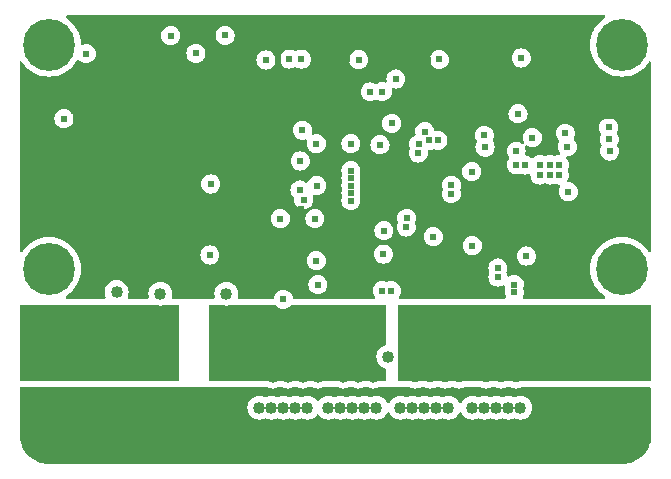
<source format=gbr>
%TF.GenerationSoftware,KiCad,Pcbnew,7.0.6*%
%TF.CreationDate,2024-01-08T01:59:36+08:00*%
%TF.ProjectId,CawBMS,43617742-4d53-42e6-9b69-6361645f7063,rev?*%
%TF.SameCoordinates,Original*%
%TF.FileFunction,Copper,L3,Inr*%
%TF.FilePolarity,Positive*%
%FSLAX46Y46*%
G04 Gerber Fmt 4.6, Leading zero omitted, Abs format (unit mm)*
G04 Created by KiCad (PCBNEW 7.0.6) date 2024-01-08 01:59:36*
%MOMM*%
%LPD*%
G01*
G04 APERTURE LIST*
G04 Aperture macros list*
%AMRoundRect*
0 Rectangle with rounded corners*
0 $1 Rounding radius*
0 $2 $3 $4 $5 $6 $7 $8 $9 X,Y pos of 4 corners*
0 Add a 4 corners polygon primitive as box body*
4,1,4,$2,$3,$4,$5,$6,$7,$8,$9,$2,$3,0*
0 Add four circle primitives for the rounded corners*
1,1,$1+$1,$2,$3*
1,1,$1+$1,$4,$5*
1,1,$1+$1,$6,$7*
1,1,$1+$1,$8,$9*
0 Add four rect primitives between the rounded corners*
20,1,$1+$1,$2,$3,$4,$5,0*
20,1,$1+$1,$4,$5,$6,$7,0*
20,1,$1+$1,$6,$7,$8,$9,0*
20,1,$1+$1,$8,$9,$2,$3,0*%
G04 Aperture macros list end*
%TA.AperFunction,ComponentPad*%
%ADD10C,0.700000*%
%TD*%
%TA.AperFunction,ComponentPad*%
%ADD11C,4.400000*%
%TD*%
%TA.AperFunction,ComponentPad*%
%ADD12RoundRect,1.500000X-1.000000X-1.000000X1.000000X-1.000000X1.000000X1.000000X-1.000000X1.000000X0*%
%TD*%
%TA.AperFunction,ViaPad*%
%ADD13C,0.609600*%
%TD*%
%TA.AperFunction,ViaPad*%
%ADD14C,1.016000*%
%TD*%
G04 APERTURE END LIST*
D10*
%TO.N,unconnected-(H4-Pad1)*%
%TO.C,H4*%
X159350000Y-113500000D03*
X159833274Y-112333274D03*
X159833274Y-114666726D03*
X161000000Y-111850000D03*
D11*
X161000000Y-113500000D03*
D10*
X161000000Y-115150000D03*
X162166726Y-112333274D03*
X162166726Y-114666726D03*
X162650000Y-113500000D03*
%TD*%
%TO.N,unconnected-(H2-Pad1)*%
%TO.C,H2*%
X159350000Y-94500000D03*
X159833274Y-93333274D03*
X159833274Y-95666726D03*
X161000000Y-92850000D03*
D11*
X161000000Y-94500000D03*
D10*
X161000000Y-96150000D03*
X162166726Y-93333274D03*
X162166726Y-95666726D03*
X162650000Y-94500000D03*
%TD*%
%TO.N,unconnected-(H1-Pad1)*%
%TO.C,H1*%
X110850000Y-94500000D03*
X111333274Y-93333274D03*
X111333274Y-95666726D03*
X112500000Y-92850000D03*
D11*
X112500000Y-94500000D03*
D10*
X112500000Y-96150000D03*
X113666726Y-93333274D03*
X113666726Y-95666726D03*
X114150000Y-94500000D03*
%TD*%
D12*
%TO.N,PACK+*%
%TO.C,H7*%
X160528000Y-126627000D03*
%TD*%
%TO.N,PACK-*%
%TO.C,H8*%
X160528000Y-119181000D03*
%TD*%
%TO.N,-BATT*%
%TO.C,H6*%
X113030000Y-119173000D03*
%TD*%
%TO.N,PACK+*%
%TO.C,H5*%
X113030000Y-126492000D03*
%TD*%
D10*
%TO.N,unconnected-(H3-Pad1)*%
%TO.C,H3*%
X110850000Y-113500000D03*
X111333274Y-112333274D03*
X111333274Y-114666726D03*
X112500000Y-111850000D03*
D11*
X112500000Y-113500000D03*
D10*
X112500000Y-115150000D03*
X113666726Y-112333274D03*
X113666726Y-114666726D03*
X114150000Y-113500000D03*
%TD*%
D13*
%TO.N,+3.3V*%
X143250000Y-101490000D03*
X138049000Y-108966000D03*
X154559000Y-115450000D03*
X153289000Y-115443000D03*
X159880000Y-100520000D03*
X133820000Y-103000000D03*
X150210000Y-100830000D03*
X143300000Y-100010000D03*
X138460000Y-111320000D03*
X148732000Y-113106700D03*
X131840000Y-95740000D03*
X151460000Y-95620000D03*
X153924000Y-115443000D03*
X152527000Y-107569000D03*
X133800000Y-108410000D03*
X133760000Y-105530000D03*
X150241000Y-110744000D03*
X144570000Y-95760000D03*
X135128000Y-104013000D03*
X144018000Y-111379000D03*
X137700000Y-95750000D03*
X138890000Y-110860000D03*
%TO.N,GND*%
X140716000Y-115316000D03*
X126111000Y-112302500D03*
X152778012Y-104689298D03*
X155702000Y-105537000D03*
X133860000Y-95720000D03*
X138049000Y-105791000D03*
X152200000Y-100350000D03*
X132830000Y-95720000D03*
X150495000Y-113411000D03*
X140804604Y-112229604D03*
X156210000Y-101996500D03*
X144310000Y-101850000D03*
X138049000Y-107061000D03*
D14*
X118210000Y-115440000D03*
D13*
X151892000Y-114808000D03*
D14*
X121920000Y-115570000D03*
D13*
X145540000Y-95750000D03*
X151892000Y-115443000D03*
X141859000Y-97409000D03*
X127400000Y-93720000D03*
X159880000Y-101500000D03*
X135128000Y-102870000D03*
X150495000Y-114173000D03*
D14*
X127508000Y-115570000D03*
D13*
X145034000Y-110744000D03*
X148336000Y-111506000D03*
X154051000Y-105537000D03*
X141505857Y-101164143D03*
X154940000Y-105537000D03*
X135255000Y-114808000D03*
X133731000Y-106807000D03*
X154051000Y-104648000D03*
X154940000Y-104648000D03*
X155702000Y-104648000D03*
X138049000Y-107696000D03*
X140510000Y-102970000D03*
X138700000Y-95760000D03*
X152470000Y-95620000D03*
X140843000Y-110236000D03*
X132080000Y-109220000D03*
X141478000Y-115316000D03*
X122790000Y-93730000D03*
X134046000Y-107630000D03*
X138049000Y-106426000D03*
X138049000Y-105156000D03*
%TO.N,+5V*%
X130860000Y-95791400D03*
X152908000Y-112395000D03*
X153416000Y-102362000D03*
%TO.N,/BQ76920/VC1*%
X115650000Y-95270000D03*
X126170000Y-106290000D03*
%TO.N,/BQ76920/BAT*%
X113752000Y-100751000D03*
X135001000Y-109220000D03*
%TO.N,/ALERT*%
X138049000Y-102870000D03*
X132320000Y-116050000D03*
%TO.N,Net-(C25-Pad1)*%
X139954000Y-122809000D03*
X137414000Y-122174000D03*
X131445000Y-122809000D03*
X135255000Y-122809000D03*
X132715000Y-122174000D03*
X133985000Y-122174000D03*
X131445000Y-122174000D03*
X137414000Y-122809000D03*
D14*
X127762000Y-120904000D03*
D13*
X132715000Y-122809000D03*
X135255000Y-122174000D03*
X138684000Y-122174000D03*
X139954000Y-122174000D03*
D14*
X127762000Y-117094000D03*
D13*
X133985000Y-122809000D03*
D14*
X127762000Y-118872000D03*
D13*
X138684000Y-122809000D03*
%TO.N,PACK-*%
X150749000Y-122809000D03*
X146050000Y-122809000D03*
X149479000Y-122174000D03*
X147193000Y-122174000D03*
X152019000Y-122809000D03*
D14*
X155702000Y-119380000D03*
X155702000Y-121412000D03*
D13*
X143510000Y-122809000D03*
X149479000Y-122809000D03*
X144780000Y-122809000D03*
X147193000Y-122809000D03*
X146050000Y-122174000D03*
X143510000Y-122174000D03*
X150749000Y-122174000D03*
X144780000Y-122174000D03*
D14*
X141223500Y-120903500D03*
D13*
X152019000Y-122174000D03*
D14*
%TO.N,PACK+*%
X155702000Y-124206000D03*
X155702000Y-126238000D03*
%TO.N,-BATT*%
X121666000Y-119634000D03*
X121666000Y-120904000D03*
X118110000Y-119634000D03*
X118110000Y-121158000D03*
X121666000Y-118364000D03*
D13*
%TO.N,/SWDIO*%
X149410000Y-103180000D03*
X159950000Y-103500000D03*
%TO.N,/SWCLK*%
X149350000Y-102170000D03*
X159930000Y-102490000D03*
D14*
%TO.N,Net-(Q6-D-Pad5)*%
X142240000Y-125222000D03*
X144272000Y-125222000D03*
X136144000Y-125222000D03*
X148336000Y-125222000D03*
X133350000Y-125222000D03*
X152400000Y-125222000D03*
X139192000Y-125222000D03*
X145288000Y-125222000D03*
X149352000Y-125222000D03*
X146304000Y-125222000D03*
X151384000Y-125222000D03*
X134366000Y-125222000D03*
X140208000Y-125222000D03*
X137160000Y-125222000D03*
X130302000Y-125222000D03*
X132334000Y-125222000D03*
X138176000Y-125222000D03*
X150368000Y-125222000D03*
X131318000Y-125222000D03*
X143256000Y-125222000D03*
D13*
%TO.N,/I2C1_SCL*%
X142740143Y-109929857D03*
X145416100Y-102608036D03*
%TO.N,/I2C1_SDA*%
X142772223Y-109194454D03*
X144680000Y-102610000D03*
%TO.N,/LED_A*%
X133950000Y-101740000D03*
X143799667Y-102930110D03*
%TO.N,/LED_B*%
X133760000Y-104340784D03*
X143750000Y-103670000D03*
%TO.N,Net-(U4-TS1)*%
X135128000Y-112776000D03*
X135150000Y-106426000D03*
%TO.N,/KEY_A*%
X124930000Y-95233100D03*
X148290000Y-105240000D03*
%TO.N,/CAN_STB*%
X152042699Y-104655211D03*
X156464000Y-106934000D03*
%TO.N,/CAN_TX*%
X156386960Y-103122302D03*
X152041393Y-103526893D03*
%TO.N,/I2C2_SCL*%
X139690000Y-98490000D03*
X146550404Y-107128358D03*
%TO.N,/I2C2_SDA*%
X146561391Y-106392338D03*
X140700000Y-98480000D03*
%TD*%
%TA.AperFunction,Conductor*%
%TO.N,Net-(C25-Pad1)*%
G36*
X127117224Y-116505339D02*
G01*
X127120193Y-116506239D01*
X127120196Y-116506241D01*
X127310299Y-116563908D01*
X127310298Y-116563908D01*
X127329769Y-116565825D01*
X127508000Y-116583380D01*
X127705701Y-116563908D01*
X127895804Y-116506241D01*
X127895805Y-116506239D01*
X127898776Y-116505339D01*
X127934771Y-116500000D01*
X128551513Y-116500000D01*
X128569159Y-116501262D01*
X128572286Y-116501711D01*
X128598636Y-116505500D01*
X128598639Y-116505500D01*
X131404422Y-116505500D01*
X131404424Y-116505500D01*
X131417889Y-116504433D01*
X131471404Y-116500194D01*
X131476302Y-116500000D01*
X131583144Y-116500000D01*
X131650183Y-116519685D01*
X131680921Y-116550739D01*
X131682064Y-116549828D01*
X131686407Y-116555274D01*
X131814725Y-116683592D01*
X131814731Y-116683597D01*
X131968374Y-116780138D01*
X131968377Y-116780140D01*
X131968381Y-116780141D01*
X131968382Y-116780142D01*
X132139669Y-116840078D01*
X132139670Y-116840078D01*
X132139675Y-116840079D01*
X132319996Y-116860396D01*
X132320000Y-116860396D01*
X132320004Y-116860396D01*
X132500324Y-116840079D01*
X132500327Y-116840078D01*
X132500330Y-116840078D01*
X132671618Y-116780142D01*
X132671620Y-116780140D01*
X132671622Y-116780140D01*
X132671625Y-116780138D01*
X132825268Y-116683597D01*
X132825269Y-116683596D01*
X132825274Y-116683593D01*
X132953593Y-116555274D01*
X132953596Y-116555268D01*
X132957936Y-116549828D01*
X132959617Y-116551169D01*
X133004190Y-116511740D01*
X133056856Y-116500000D01*
X133188453Y-116500000D01*
X133206099Y-116501262D01*
X133209226Y-116501711D01*
X133235576Y-116505500D01*
X133235579Y-116505500D01*
X139970346Y-116505500D01*
X139970347Y-116505500D01*
X139982844Y-116504188D01*
X140019536Y-116500339D01*
X140026011Y-116500000D01*
X140876000Y-116500000D01*
X140943039Y-116519685D01*
X140988794Y-116572489D01*
X141000000Y-116624000D01*
X141000000Y-119825453D01*
X140980315Y-119892492D01*
X140927511Y-119938247D01*
X140911996Y-119944113D01*
X140835694Y-119967259D01*
X140660501Y-120060901D01*
X140660494Y-120060905D01*
X140506931Y-120186931D01*
X140380905Y-120340494D01*
X140380901Y-120340501D01*
X140287260Y-120515691D01*
X140229591Y-120705800D01*
X140210120Y-120903500D01*
X140229591Y-121101199D01*
X140287260Y-121291308D01*
X140380901Y-121466498D01*
X140380905Y-121466505D01*
X140506931Y-121620068D01*
X140613794Y-121707767D01*
X140660496Y-121746095D01*
X140835696Y-121839741D01*
X140911997Y-121862886D01*
X140970434Y-121901183D01*
X140998890Y-121964995D01*
X141000000Y-121981546D01*
X141000000Y-122870500D01*
X140980315Y-122937539D01*
X140927511Y-122983294D01*
X140876000Y-122994500D01*
X140403636Y-122994500D01*
X140403628Y-122994501D01*
X140403629Y-122994501D01*
X140263689Y-123014257D01*
X140197715Y-123033265D01*
X140197712Y-123033266D01*
X140144926Y-123056887D01*
X140117269Y-123069262D01*
X140112442Y-123071183D01*
X140034316Y-123098520D01*
X140007249Y-123104698D01*
X139980868Y-123107670D01*
X139967885Y-123109133D01*
X139940123Y-123109133D01*
X139900751Y-123104697D01*
X139873683Y-123098519D01*
X139795559Y-123071183D01*
X139790710Y-123069254D01*
X139710283Y-123033265D01*
X139710281Y-123033264D01*
X139688290Y-123026928D01*
X139644310Y-123014257D01*
X139543322Y-123000000D01*
X139504364Y-122994500D01*
X139133636Y-122994500D01*
X139133628Y-122994501D01*
X139133629Y-122994501D01*
X138993689Y-123014257D01*
X138927715Y-123033265D01*
X138927712Y-123033266D01*
X138874926Y-123056887D01*
X138847269Y-123069262D01*
X138842442Y-123071183D01*
X138764316Y-123098520D01*
X138737249Y-123104698D01*
X138710868Y-123107670D01*
X138697885Y-123109133D01*
X138670123Y-123109133D01*
X138630751Y-123104697D01*
X138603683Y-123098519D01*
X138525559Y-123071183D01*
X138520710Y-123069254D01*
X138440283Y-123033265D01*
X138440281Y-123033264D01*
X138418290Y-123026928D01*
X138374310Y-123014257D01*
X138273322Y-123000000D01*
X138234364Y-122994500D01*
X137863636Y-122994500D01*
X137863628Y-122994501D01*
X137863629Y-122994501D01*
X137723689Y-123014257D01*
X137657715Y-123033265D01*
X137657712Y-123033266D01*
X137604926Y-123056887D01*
X137577269Y-123069262D01*
X137572442Y-123071183D01*
X137494316Y-123098520D01*
X137467249Y-123104698D01*
X137440868Y-123107670D01*
X137427885Y-123109133D01*
X137400123Y-123109133D01*
X137360751Y-123104697D01*
X137333683Y-123098519D01*
X137255559Y-123071183D01*
X137250710Y-123069254D01*
X137170283Y-123033265D01*
X137170281Y-123033264D01*
X137148290Y-123026928D01*
X137104310Y-123014257D01*
X137003322Y-123000000D01*
X136964364Y-122994500D01*
X135704636Y-122994500D01*
X135704628Y-122994501D01*
X135704629Y-122994501D01*
X135564689Y-123014257D01*
X135498715Y-123033265D01*
X135498712Y-123033266D01*
X135445926Y-123056887D01*
X135418269Y-123069262D01*
X135413442Y-123071183D01*
X135335316Y-123098520D01*
X135308249Y-123104698D01*
X135281868Y-123107670D01*
X135268885Y-123109133D01*
X135241123Y-123109133D01*
X135201751Y-123104697D01*
X135174683Y-123098519D01*
X135096559Y-123071183D01*
X135091710Y-123069254D01*
X135011283Y-123033265D01*
X135011281Y-123033264D01*
X134989289Y-123026928D01*
X134945310Y-123014257D01*
X134844322Y-123000000D01*
X134805364Y-122994500D01*
X134434636Y-122994500D01*
X134434628Y-122994501D01*
X134434629Y-122994501D01*
X134294689Y-123014257D01*
X134228715Y-123033265D01*
X134228712Y-123033266D01*
X134175926Y-123056887D01*
X134148269Y-123069262D01*
X134143442Y-123071183D01*
X134065316Y-123098520D01*
X134038249Y-123104698D01*
X134011868Y-123107670D01*
X133998885Y-123109133D01*
X133971123Y-123109133D01*
X133931751Y-123104697D01*
X133904683Y-123098519D01*
X133826559Y-123071183D01*
X133821710Y-123069254D01*
X133741283Y-123033265D01*
X133741281Y-123033264D01*
X133719289Y-123026928D01*
X133675310Y-123014257D01*
X133574322Y-123000000D01*
X133535364Y-122994500D01*
X133164636Y-122994500D01*
X133164628Y-122994501D01*
X133164629Y-122994501D01*
X133024689Y-123014257D01*
X132958715Y-123033265D01*
X132958712Y-123033266D01*
X132905926Y-123056887D01*
X132878269Y-123069262D01*
X132873442Y-123071183D01*
X132795316Y-123098520D01*
X132768249Y-123104698D01*
X132741868Y-123107670D01*
X132728885Y-123109133D01*
X132701123Y-123109133D01*
X132661751Y-123104697D01*
X132634683Y-123098519D01*
X132556559Y-123071183D01*
X132551710Y-123069254D01*
X132471283Y-123033265D01*
X132471281Y-123033264D01*
X132449290Y-123026928D01*
X132405310Y-123014257D01*
X132304322Y-123000000D01*
X132265364Y-122994500D01*
X131894636Y-122994500D01*
X131894628Y-122994501D01*
X131894629Y-122994501D01*
X131754689Y-123014257D01*
X131688715Y-123033265D01*
X131688712Y-123033266D01*
X131635926Y-123056887D01*
X131608269Y-123069262D01*
X131603442Y-123071183D01*
X131525316Y-123098520D01*
X131498249Y-123104698D01*
X131471868Y-123107670D01*
X131458885Y-123109133D01*
X131431123Y-123109133D01*
X131391751Y-123104697D01*
X131364683Y-123098519D01*
X131286559Y-123071183D01*
X131281710Y-123069254D01*
X131201283Y-123033265D01*
X131201281Y-123033264D01*
X131179289Y-123026928D01*
X131135310Y-123014257D01*
X131034322Y-123000000D01*
X130995364Y-122994500D01*
X126124000Y-122994500D01*
X126056961Y-122974815D01*
X126011206Y-122922011D01*
X126000000Y-122870500D01*
X126000000Y-116629500D01*
X126019685Y-116562461D01*
X126072489Y-116516706D01*
X126124000Y-116505500D01*
X126426950Y-116505500D01*
X126446106Y-116504773D01*
X126474404Y-116502623D01*
X126493853Y-116500400D01*
X126500890Y-116500000D01*
X127081229Y-116500000D01*
X127117224Y-116505339D01*
G37*
%TD.AperFunction*%
%TD*%
%TA.AperFunction,Conductor*%
%TO.N,+3.3V*%
G36*
X159536914Y-92020185D02*
G01*
X159582669Y-92072989D01*
X159592613Y-92142147D01*
X159563588Y-92205703D01*
X159534026Y-92230615D01*
X159504913Y-92248215D01*
X159463131Y-92273473D01*
X159205960Y-92474954D01*
X158974954Y-92705960D01*
X158773473Y-92963131D01*
X158751269Y-92999861D01*
X158615331Y-93224731D01*
X158604454Y-93242723D01*
X158604453Y-93242725D01*
X158470372Y-93540642D01*
X158470366Y-93540657D01*
X158373178Y-93852547D01*
X158314289Y-94173900D01*
X158294564Y-94500000D01*
X158314289Y-94826099D01*
X158373178Y-95147452D01*
X158470366Y-95459342D01*
X158470370Y-95459354D01*
X158470373Y-95459361D01*
X158604455Y-95757279D01*
X158730617Y-95965975D01*
X158773473Y-96036868D01*
X158974954Y-96294039D01*
X159205960Y-96525045D01*
X159463131Y-96726526D01*
X159463134Y-96726528D01*
X159463137Y-96726530D01*
X159742721Y-96895545D01*
X160040639Y-97029627D01*
X160040652Y-97029631D01*
X160040657Y-97029633D01*
X160352546Y-97126820D01*
X160352547Y-97126821D01*
X160673896Y-97185710D01*
X161000000Y-97205436D01*
X161326104Y-97185710D01*
X161647453Y-97126821D01*
X161959361Y-97029627D01*
X162257279Y-96895545D01*
X162536863Y-96726530D01*
X162794036Y-96525048D01*
X163025048Y-96294036D01*
X163226530Y-96036863D01*
X163269383Y-95965974D01*
X163320911Y-95918788D01*
X163389770Y-95906949D01*
X163454099Y-95934218D01*
X163493473Y-95991936D01*
X163499500Y-96030125D01*
X163499500Y-111969874D01*
X163479815Y-112036913D01*
X163427011Y-112082668D01*
X163357853Y-112092612D01*
X163294297Y-112063587D01*
X163269384Y-112034025D01*
X163226528Y-111963134D01*
X163025045Y-111705960D01*
X162794039Y-111474954D01*
X162536868Y-111273473D01*
X162496828Y-111249268D01*
X162257279Y-111104455D01*
X161959361Y-110970373D01*
X161959354Y-110970370D01*
X161959342Y-110970366D01*
X161647452Y-110873178D01*
X161326099Y-110814289D01*
X161000000Y-110794564D01*
X160673900Y-110814289D01*
X160352547Y-110873178D01*
X160040657Y-110970366D01*
X160040641Y-110970372D01*
X160040639Y-110970373D01*
X159871723Y-111046396D01*
X159742725Y-111104453D01*
X159742723Y-111104454D01*
X159463131Y-111273473D01*
X159205960Y-111474954D01*
X158974954Y-111705960D01*
X158773473Y-111963131D01*
X158677331Y-112122170D01*
X158608434Y-112236140D01*
X158604454Y-112242723D01*
X158604453Y-112242725D01*
X158577552Y-112302496D01*
X158496394Y-112482824D01*
X158470372Y-112540642D01*
X158470366Y-112540657D01*
X158373178Y-112852547D01*
X158314289Y-113173900D01*
X158294564Y-113500000D01*
X158314289Y-113826099D01*
X158373178Y-114147452D01*
X158470366Y-114459342D01*
X158470370Y-114459354D01*
X158470373Y-114459361D01*
X158604455Y-114757279D01*
X158755415Y-115006996D01*
X158773473Y-115036868D01*
X158974954Y-115294039D01*
X159205960Y-115525045D01*
X159463131Y-115726526D01*
X159463134Y-115726528D01*
X159463137Y-115726530D01*
X159525754Y-115764383D01*
X159572941Y-115815911D01*
X159584780Y-115884770D01*
X159557511Y-115949099D01*
X159499793Y-115988473D01*
X159461604Y-115994500D01*
X152720909Y-115994500D01*
X152653870Y-115974815D01*
X152608115Y-115922011D01*
X152598171Y-115852853D01*
X152615916Y-115804526D01*
X152622142Y-115794618D01*
X152682078Y-115623330D01*
X152690934Y-115544731D01*
X152702396Y-115443003D01*
X152702396Y-115442996D01*
X152682079Y-115262675D01*
X152682076Y-115262662D01*
X152648411Y-115166453D01*
X152644849Y-115096674D01*
X152648411Y-115084543D01*
X152659730Y-115052196D01*
X152682078Y-114988330D01*
X152688175Y-114934218D01*
X152702396Y-114808003D01*
X152702396Y-114807996D01*
X152682079Y-114627675D01*
X152682078Y-114627670D01*
X152682078Y-114627669D01*
X152622142Y-114456382D01*
X152622141Y-114456381D01*
X152622140Y-114456377D01*
X152622138Y-114456374D01*
X152525597Y-114302731D01*
X152525592Y-114302725D01*
X152397274Y-114174407D01*
X152397268Y-114174402D01*
X152243625Y-114077861D01*
X152243622Y-114077859D01*
X152072329Y-114017921D01*
X152072324Y-114017920D01*
X151892004Y-113997604D01*
X151891996Y-113997604D01*
X151711675Y-114017920D01*
X151711670Y-114017921D01*
X151540377Y-114077859D01*
X151540376Y-114077860D01*
X151478017Y-114117043D01*
X151410780Y-114136043D01*
X151343945Y-114115675D01*
X151298732Y-114062407D01*
X151288826Y-114025931D01*
X151285079Y-113992675D01*
X151285076Y-113992662D01*
X151251971Y-113898057D01*
X151229190Y-113832953D01*
X151225628Y-113763177D01*
X151229191Y-113751046D01*
X151285078Y-113591330D01*
X151287923Y-113566078D01*
X151305396Y-113411003D01*
X151305396Y-113410996D01*
X151285079Y-113230675D01*
X151285078Y-113230670D01*
X151248152Y-113125142D01*
X151225142Y-113059382D01*
X151225141Y-113059381D01*
X151225140Y-113059377D01*
X151225138Y-113059374D01*
X151128597Y-112905731D01*
X151128592Y-112905725D01*
X151000274Y-112777407D01*
X151000268Y-112777402D01*
X150846625Y-112680861D01*
X150846622Y-112680859D01*
X150675329Y-112620921D01*
X150675324Y-112620920D01*
X150495004Y-112600604D01*
X150494996Y-112600604D01*
X150314675Y-112620920D01*
X150314670Y-112620921D01*
X150143377Y-112680859D01*
X150143374Y-112680861D01*
X149989731Y-112777402D01*
X149989725Y-112777407D01*
X149861407Y-112905725D01*
X149861402Y-112905731D01*
X149764861Y-113059374D01*
X149764859Y-113059377D01*
X149704921Y-113230670D01*
X149704920Y-113230675D01*
X149684604Y-113410996D01*
X149684604Y-113411003D01*
X149704920Y-113591324D01*
X149704922Y-113591332D01*
X149760808Y-113751046D01*
X149764369Y-113820825D01*
X149760808Y-113832954D01*
X149704922Y-113992667D01*
X149704920Y-113992675D01*
X149684604Y-114172996D01*
X149684604Y-114173003D01*
X149704920Y-114353324D01*
X149704921Y-114353329D01*
X149764859Y-114524622D01*
X149764861Y-114524625D01*
X149861402Y-114678268D01*
X149861407Y-114678274D01*
X149989725Y-114806592D01*
X149989731Y-114806597D01*
X150143374Y-114903138D01*
X150143377Y-114903140D01*
X150143381Y-114903141D01*
X150143382Y-114903142D01*
X150238463Y-114936412D01*
X150314670Y-114963078D01*
X150314675Y-114963079D01*
X150494996Y-114983396D01*
X150495000Y-114983396D01*
X150495004Y-114983396D01*
X150675324Y-114963079D01*
X150675327Y-114963078D01*
X150675330Y-114963078D01*
X150846618Y-114903142D01*
X150908980Y-114863956D01*
X150976216Y-114844956D01*
X151043052Y-114865323D01*
X151088266Y-114918590D01*
X151098173Y-114955065D01*
X151101921Y-114988329D01*
X151135588Y-115084547D01*
X151139149Y-115154326D01*
X151135588Y-115166453D01*
X151101921Y-115262670D01*
X151101921Y-115262671D01*
X151081604Y-115442996D01*
X151081604Y-115443003D01*
X151101920Y-115623324D01*
X151101921Y-115623329D01*
X151161858Y-115794618D01*
X151168084Y-115804526D01*
X151187085Y-115871762D01*
X151166719Y-115938598D01*
X151113452Y-115983813D01*
X151063091Y-115994500D01*
X142227109Y-115994500D01*
X142160070Y-115974815D01*
X142114315Y-115922011D01*
X142104371Y-115852853D01*
X142122116Y-115804527D01*
X142208140Y-115667621D01*
X142208139Y-115667621D01*
X142208142Y-115667618D01*
X142268078Y-115496330D01*
X142268079Y-115496324D01*
X142288396Y-115316003D01*
X142288396Y-115315996D01*
X142268079Y-115135675D01*
X142268078Y-115135670D01*
X142238869Y-115052196D01*
X142208142Y-114964382D01*
X142208141Y-114964381D01*
X142208140Y-114964377D01*
X142208138Y-114964374D01*
X142111597Y-114810731D01*
X142111592Y-114810725D01*
X141983274Y-114682407D01*
X141983268Y-114682402D01*
X141829625Y-114585861D01*
X141829622Y-114585859D01*
X141658329Y-114525921D01*
X141658324Y-114525920D01*
X141478004Y-114505604D01*
X141477996Y-114505604D01*
X141297675Y-114525920D01*
X141297667Y-114525922D01*
X141137954Y-114581808D01*
X141068175Y-114585369D01*
X141056046Y-114581808D01*
X140896332Y-114525922D01*
X140896324Y-114525920D01*
X140716004Y-114505604D01*
X140715996Y-114505604D01*
X140535675Y-114525920D01*
X140535670Y-114525921D01*
X140364377Y-114585859D01*
X140364374Y-114585861D01*
X140210731Y-114682402D01*
X140210725Y-114682407D01*
X140082407Y-114810725D01*
X140082402Y-114810731D01*
X139985861Y-114964374D01*
X139985859Y-114964377D01*
X139925921Y-115135670D01*
X139925920Y-115135675D01*
X139905604Y-115315996D01*
X139905604Y-115316003D01*
X139925920Y-115496324D01*
X139925921Y-115496329D01*
X139985859Y-115667621D01*
X140075340Y-115810027D01*
X140094341Y-115877264D01*
X140073974Y-115944099D01*
X140020706Y-115989314D01*
X139970347Y-116000000D01*
X133235576Y-116000000D01*
X133168537Y-115980315D01*
X133122782Y-115927511D01*
X133112356Y-115889883D01*
X133110314Y-115871762D01*
X133110078Y-115869670D01*
X133050142Y-115698382D01*
X133050141Y-115698380D01*
X133050138Y-115698374D01*
X132953597Y-115544731D01*
X132953592Y-115544725D01*
X132825274Y-115416407D01*
X132825268Y-115416402D01*
X132671625Y-115319861D01*
X132671622Y-115319859D01*
X132500329Y-115259921D01*
X132500324Y-115259920D01*
X132320004Y-115239604D01*
X132319996Y-115239604D01*
X132139675Y-115259920D01*
X132139670Y-115259921D01*
X131968377Y-115319859D01*
X131968374Y-115319861D01*
X131814731Y-115416402D01*
X131814725Y-115416407D01*
X131686407Y-115544725D01*
X131686402Y-115544731D01*
X131589861Y-115698374D01*
X131589858Y-115698380D01*
X131529921Y-115869672D01*
X131527644Y-115889883D01*
X131500578Y-115954297D01*
X131442983Y-115993852D01*
X131404424Y-116000000D01*
X128598636Y-116000000D01*
X128531597Y-115980315D01*
X128485842Y-115927511D01*
X128475898Y-115858353D01*
X128479975Y-115840005D01*
X128487284Y-115815911D01*
X128501908Y-115767701D01*
X128521380Y-115570000D01*
X128501908Y-115372299D01*
X128444241Y-115182196D01*
X128444239Y-115182193D01*
X128444239Y-115182191D01*
X128350598Y-115007001D01*
X128350594Y-115006994D01*
X128224568Y-114853431D01*
X128169214Y-114808003D01*
X134444604Y-114808003D01*
X134464920Y-114988324D01*
X134464921Y-114988329D01*
X134524859Y-115159622D01*
X134524861Y-115159625D01*
X134621402Y-115313268D01*
X134621407Y-115313274D01*
X134749725Y-115441592D01*
X134749731Y-115441597D01*
X134903374Y-115538138D01*
X134903377Y-115538140D01*
X134903381Y-115538141D01*
X134903382Y-115538142D01*
X135074670Y-115598078D01*
X135074675Y-115598079D01*
X135254996Y-115618396D01*
X135255000Y-115618396D01*
X135255004Y-115618396D01*
X135435324Y-115598079D01*
X135435327Y-115598078D01*
X135435330Y-115598078D01*
X135606618Y-115538142D01*
X135606620Y-115538140D01*
X135606622Y-115538140D01*
X135606625Y-115538138D01*
X135760268Y-115441597D01*
X135760269Y-115441596D01*
X135760274Y-115441593D01*
X135888593Y-115313274D01*
X135920395Y-115262662D01*
X135985138Y-115159625D01*
X135985140Y-115159622D01*
X135985140Y-115159620D01*
X135985142Y-115159618D01*
X136045078Y-114988330D01*
X136047597Y-114965975D01*
X136065396Y-114808003D01*
X136065396Y-114807996D01*
X136045079Y-114627675D01*
X136045078Y-114627670D01*
X136045078Y-114627669D01*
X135985142Y-114456382D01*
X135985141Y-114456381D01*
X135985140Y-114456377D01*
X135985138Y-114456374D01*
X135888597Y-114302731D01*
X135888592Y-114302725D01*
X135760274Y-114174407D01*
X135760268Y-114174402D01*
X135606625Y-114077861D01*
X135606622Y-114077859D01*
X135435329Y-114017921D01*
X135435324Y-114017920D01*
X135255004Y-113997604D01*
X135254996Y-113997604D01*
X135074675Y-114017920D01*
X135074670Y-114017921D01*
X134903377Y-114077859D01*
X134903374Y-114077861D01*
X134749731Y-114174402D01*
X134749725Y-114174407D01*
X134621407Y-114302725D01*
X134621402Y-114302731D01*
X134524861Y-114456374D01*
X134524859Y-114456377D01*
X134464921Y-114627670D01*
X134464920Y-114627675D01*
X134444604Y-114807996D01*
X134444604Y-114808003D01*
X128169214Y-114808003D01*
X128071005Y-114727405D01*
X128070998Y-114727401D01*
X127895808Y-114633760D01*
X127737905Y-114585861D01*
X127705701Y-114576092D01*
X127705699Y-114576091D01*
X127705701Y-114576091D01*
X127508000Y-114556620D01*
X127310300Y-114576091D01*
X127120191Y-114633760D01*
X126945001Y-114727401D01*
X126944994Y-114727405D01*
X126791431Y-114853431D01*
X126665405Y-115006994D01*
X126665401Y-115007001D01*
X126571760Y-115182191D01*
X126514091Y-115372300D01*
X126494620Y-115569999D01*
X126514091Y-115767699D01*
X126536025Y-115840005D01*
X126536648Y-115909872D01*
X126499399Y-115968985D01*
X126436105Y-115998576D01*
X126417364Y-116000000D01*
X123423123Y-116000000D01*
X123405477Y-115998738D01*
X123376001Y-115994500D01*
X123376000Y-115994500D01*
X123012304Y-115994500D01*
X122945265Y-115974815D01*
X122899510Y-115922011D01*
X122889566Y-115852853D01*
X122893643Y-115834505D01*
X122897657Y-115821274D01*
X122913908Y-115767701D01*
X122933380Y-115570000D01*
X122913908Y-115372299D01*
X122856241Y-115182196D01*
X122856239Y-115182193D01*
X122856239Y-115182191D01*
X122762598Y-115007001D01*
X122762594Y-115006994D01*
X122636568Y-114853431D01*
X122483005Y-114727405D01*
X122482998Y-114727401D01*
X122307808Y-114633760D01*
X122149905Y-114585861D01*
X122117701Y-114576092D01*
X122117699Y-114576091D01*
X122117701Y-114576091D01*
X121920000Y-114556620D01*
X121722300Y-114576091D01*
X121532191Y-114633760D01*
X121357001Y-114727401D01*
X121356994Y-114727405D01*
X121203431Y-114853431D01*
X121077405Y-115006994D01*
X121077401Y-115007001D01*
X120983760Y-115182191D01*
X120926091Y-115372300D01*
X120906620Y-115569999D01*
X120926091Y-115767699D01*
X120946357Y-115834505D01*
X120946980Y-115904372D01*
X120909732Y-115963484D01*
X120846438Y-115993075D01*
X120827696Y-115994500D01*
X119262772Y-115994500D01*
X119195733Y-115974815D01*
X119149978Y-115922011D01*
X119140034Y-115852853D01*
X119145244Y-115833868D01*
X119144472Y-115833634D01*
X119146241Y-115827804D01*
X119203908Y-115637701D01*
X119223380Y-115440000D01*
X119203908Y-115242299D01*
X119146241Y-115052196D01*
X119146239Y-115052193D01*
X119146239Y-115052191D01*
X119052598Y-114877001D01*
X119052594Y-114876994D01*
X118926568Y-114723431D01*
X118773005Y-114597405D01*
X118772998Y-114597401D01*
X118597808Y-114503760D01*
X118451380Y-114459342D01*
X118407701Y-114446092D01*
X118407699Y-114446091D01*
X118407701Y-114446091D01*
X118210000Y-114426620D01*
X118012300Y-114446091D01*
X117822191Y-114503760D01*
X117647001Y-114597401D01*
X117646994Y-114597405D01*
X117493431Y-114723431D01*
X117367405Y-114876994D01*
X117367401Y-114877001D01*
X117273760Y-115052191D01*
X117216091Y-115242300D01*
X117196620Y-115440000D01*
X117216091Y-115637699D01*
X117216092Y-115637701D01*
X117271778Y-115821274D01*
X117275528Y-115833634D01*
X117273004Y-115834399D01*
X117279263Y-115892490D01*
X117248001Y-115954976D01*
X117187920Y-115990642D01*
X117157228Y-115994500D01*
X114038396Y-115994500D01*
X113971357Y-115974815D01*
X113925602Y-115922011D01*
X113915658Y-115852853D01*
X113944683Y-115789297D01*
X113974244Y-115764384D01*
X114036863Y-115726530D01*
X114294036Y-115525048D01*
X114525048Y-115294036D01*
X114726530Y-115036863D01*
X114895545Y-114757279D01*
X115029627Y-114459361D01*
X115126821Y-114147453D01*
X115185710Y-113826104D01*
X115205436Y-113500000D01*
X115185710Y-113173896D01*
X115126821Y-112852547D01*
X115073321Y-112680858D01*
X115029633Y-112540657D01*
X115029631Y-112540652D01*
X115029627Y-112540639D01*
X114922451Y-112302503D01*
X125300604Y-112302503D01*
X125320920Y-112482824D01*
X125320921Y-112482829D01*
X125380859Y-112654122D01*
X125380861Y-112654125D01*
X125477402Y-112807768D01*
X125477407Y-112807774D01*
X125605725Y-112936092D01*
X125605731Y-112936097D01*
X125759374Y-113032638D01*
X125759377Y-113032640D01*
X125759381Y-113032641D01*
X125759382Y-113032642D01*
X125835778Y-113059374D01*
X125930670Y-113092578D01*
X125930675Y-113092579D01*
X126110996Y-113112896D01*
X126111000Y-113112896D01*
X126111004Y-113112896D01*
X126291324Y-113092579D01*
X126291327Y-113092578D01*
X126291330Y-113092578D01*
X126462618Y-113032642D01*
X126462620Y-113032640D01*
X126462622Y-113032640D01*
X126462625Y-113032638D01*
X126616268Y-112936097D01*
X126616269Y-112936096D01*
X126616274Y-112936093D01*
X126744593Y-112807774D01*
X126764556Y-112776003D01*
X134317604Y-112776003D01*
X134337920Y-112956324D01*
X134337921Y-112956329D01*
X134397859Y-113127622D01*
X134397861Y-113127625D01*
X134494402Y-113281268D01*
X134494407Y-113281274D01*
X134622725Y-113409592D01*
X134622731Y-113409597D01*
X134776374Y-113506138D01*
X134776377Y-113506140D01*
X134776381Y-113506141D01*
X134776382Y-113506142D01*
X134947670Y-113566078D01*
X134947675Y-113566079D01*
X135127996Y-113586396D01*
X135128000Y-113586396D01*
X135128004Y-113586396D01*
X135308324Y-113566079D01*
X135308327Y-113566078D01*
X135308330Y-113566078D01*
X135479618Y-113506142D01*
X135479620Y-113506140D01*
X135479622Y-113506140D01*
X135479625Y-113506138D01*
X135633268Y-113409597D01*
X135633269Y-113409596D01*
X135633274Y-113409593D01*
X135761593Y-113281274D01*
X135822037Y-113185079D01*
X135858138Y-113127625D01*
X135858140Y-113127622D01*
X135858140Y-113127620D01*
X135858142Y-113127618D01*
X135918078Y-112956330D01*
X135920358Y-112936093D01*
X135938396Y-112776003D01*
X135938396Y-112775996D01*
X135918079Y-112595675D01*
X135918078Y-112595670D01*
X135878593Y-112482829D01*
X135858142Y-112424382D01*
X135858141Y-112424381D01*
X135858140Y-112424377D01*
X135858138Y-112424374D01*
X135761597Y-112270731D01*
X135761592Y-112270725D01*
X135720474Y-112229607D01*
X139994208Y-112229607D01*
X140014524Y-112409928D01*
X140014525Y-112409933D01*
X140074463Y-112581226D01*
X140074465Y-112581229D01*
X140171006Y-112734872D01*
X140171011Y-112734878D01*
X140299329Y-112863196D01*
X140299335Y-112863201D01*
X140452978Y-112959742D01*
X140452981Y-112959744D01*
X140452985Y-112959745D01*
X140452986Y-112959746D01*
X140624273Y-113019681D01*
X140624274Y-113019682D01*
X140624279Y-113019683D01*
X140804600Y-113040000D01*
X140804604Y-113040000D01*
X140804608Y-113040000D01*
X140984928Y-113019683D01*
X140984931Y-113019682D01*
X140984934Y-113019682D01*
X141156222Y-112959746D01*
X141156224Y-112959744D01*
X141156226Y-112959744D01*
X141156229Y-112959742D01*
X141309872Y-112863201D01*
X141309873Y-112863200D01*
X141309878Y-112863197D01*
X141438197Y-112734878D01*
X141438201Y-112734872D01*
X141534742Y-112581229D01*
X141534744Y-112581226D01*
X141534744Y-112581224D01*
X141534746Y-112581222D01*
X141594682Y-112409934D01*
X141594683Y-112409928D01*
X141596365Y-112395003D01*
X152097604Y-112395003D01*
X152117920Y-112575324D01*
X152117921Y-112575326D01*
X152117921Y-112575328D01*
X152117922Y-112575330D01*
X152125041Y-112595675D01*
X152177859Y-112746622D01*
X152177861Y-112746625D01*
X152274402Y-112900268D01*
X152274407Y-112900274D01*
X152402725Y-113028592D01*
X152402731Y-113028597D01*
X152556374Y-113125138D01*
X152556377Y-113125140D01*
X152556381Y-113125141D01*
X152556382Y-113125142D01*
X152695714Y-113173896D01*
X152727670Y-113185078D01*
X152727675Y-113185079D01*
X152907996Y-113205396D01*
X152908000Y-113205396D01*
X152908004Y-113205396D01*
X153088324Y-113185079D01*
X153088327Y-113185078D01*
X153088330Y-113185078D01*
X153259618Y-113125142D01*
X153259620Y-113125140D01*
X153259622Y-113125140D01*
X153259625Y-113125138D01*
X153413268Y-113028597D01*
X153413269Y-113028596D01*
X153413274Y-113028593D01*
X153541593Y-112900274D01*
X153619680Y-112776000D01*
X153638138Y-112746625D01*
X153638140Y-112746622D01*
X153638140Y-112746620D01*
X153638142Y-112746618D01*
X153698078Y-112575330D01*
X153698078Y-112575328D01*
X153698079Y-112575326D01*
X153698079Y-112575324D01*
X153718396Y-112395003D01*
X153718396Y-112394996D01*
X153698079Y-112214675D01*
X153698078Y-112214670D01*
X153671809Y-112139597D01*
X153638142Y-112043382D01*
X153638141Y-112043381D01*
X153638140Y-112043377D01*
X153638138Y-112043374D01*
X153541597Y-111889731D01*
X153541592Y-111889725D01*
X153413274Y-111761407D01*
X153413268Y-111761402D01*
X153259625Y-111664861D01*
X153259622Y-111664859D01*
X153088329Y-111604921D01*
X153088324Y-111604920D01*
X152908004Y-111584604D01*
X152907996Y-111584604D01*
X152727675Y-111604920D01*
X152727670Y-111604921D01*
X152556377Y-111664859D01*
X152556374Y-111664861D01*
X152402731Y-111761402D01*
X152402725Y-111761407D01*
X152274407Y-111889725D01*
X152274402Y-111889731D01*
X152177861Y-112043374D01*
X152177859Y-112043377D01*
X152117921Y-112214670D01*
X152117920Y-112214675D01*
X152097604Y-112394996D01*
X152097604Y-112395003D01*
X141596365Y-112395003D01*
X141615000Y-112229607D01*
X141615000Y-112229600D01*
X141594683Y-112049278D01*
X141594682Y-112049274D01*
X141572514Y-111985921D01*
X141534746Y-111877986D01*
X141534745Y-111877985D01*
X141534744Y-111877981D01*
X141534742Y-111877978D01*
X141438201Y-111724335D01*
X141438196Y-111724329D01*
X141309878Y-111596011D01*
X141309872Y-111596006D01*
X141156229Y-111499465D01*
X141156226Y-111499463D01*
X140984933Y-111439525D01*
X140984928Y-111439524D01*
X140804608Y-111419208D01*
X140804600Y-111419208D01*
X140624279Y-111439524D01*
X140624274Y-111439525D01*
X140452981Y-111499463D01*
X140452978Y-111499465D01*
X140299335Y-111596006D01*
X140299329Y-111596011D01*
X140171011Y-111724329D01*
X140171006Y-111724335D01*
X140074465Y-111877978D01*
X140074463Y-111877981D01*
X140014525Y-112049274D01*
X140014525Y-112049278D01*
X139994208Y-112229600D01*
X139994208Y-112229607D01*
X135720474Y-112229607D01*
X135633274Y-112142407D01*
X135633268Y-112142402D01*
X135479625Y-112045861D01*
X135479622Y-112045859D01*
X135308329Y-111985921D01*
X135308324Y-111985920D01*
X135128004Y-111965604D01*
X135127996Y-111965604D01*
X134947675Y-111985920D01*
X134947670Y-111985921D01*
X134776377Y-112045859D01*
X134776374Y-112045861D01*
X134622731Y-112142402D01*
X134622725Y-112142407D01*
X134494407Y-112270725D01*
X134494402Y-112270731D01*
X134397861Y-112424374D01*
X134397859Y-112424377D01*
X134337921Y-112595670D01*
X134337920Y-112595675D01*
X134317604Y-112775996D01*
X134317604Y-112776003D01*
X126764556Y-112776003D01*
X126790401Y-112734872D01*
X126841138Y-112654125D01*
X126841140Y-112654122D01*
X126841140Y-112654120D01*
X126841142Y-112654118D01*
X126901078Y-112482830D01*
X126901079Y-112482824D01*
X126921396Y-112302503D01*
X126921396Y-112302496D01*
X126901079Y-112122175D01*
X126901078Y-112122170D01*
X126841142Y-111950882D01*
X126841141Y-111950881D01*
X126841140Y-111950877D01*
X126841138Y-111950874D01*
X126744597Y-111797231D01*
X126744592Y-111797225D01*
X126616274Y-111668907D01*
X126616268Y-111668902D01*
X126462625Y-111572361D01*
X126462622Y-111572359D01*
X126291329Y-111512421D01*
X126291324Y-111512420D01*
X126111004Y-111492104D01*
X126110996Y-111492104D01*
X125930675Y-111512420D01*
X125930670Y-111512421D01*
X125759377Y-111572359D01*
X125759374Y-111572361D01*
X125605731Y-111668902D01*
X125605725Y-111668907D01*
X125477407Y-111797225D01*
X125477402Y-111797231D01*
X125380861Y-111950874D01*
X125380859Y-111950877D01*
X125320921Y-112122170D01*
X125320920Y-112122175D01*
X125300604Y-112302496D01*
X125300604Y-112302503D01*
X114922451Y-112302503D01*
X114895545Y-112242721D01*
X114726530Y-111963137D01*
X114726528Y-111963134D01*
X114726526Y-111963131D01*
X114525045Y-111705960D01*
X114294039Y-111474954D01*
X114036868Y-111273473D01*
X113996828Y-111249268D01*
X113757279Y-111104455D01*
X113459361Y-110970373D01*
X113459354Y-110970370D01*
X113459342Y-110970366D01*
X113147452Y-110873178D01*
X112826099Y-110814289D01*
X112500000Y-110794564D01*
X112173900Y-110814289D01*
X111852547Y-110873178D01*
X111540657Y-110970366D01*
X111540641Y-110970372D01*
X111540639Y-110970373D01*
X111371723Y-111046396D01*
X111242725Y-111104453D01*
X111242723Y-111104454D01*
X110963131Y-111273473D01*
X110705960Y-111474954D01*
X110474954Y-111705960D01*
X110273471Y-111963134D01*
X110230616Y-112034025D01*
X110179088Y-112081212D01*
X110110229Y-112093050D01*
X110045900Y-112065781D01*
X110006527Y-112008062D01*
X110000500Y-111969874D01*
X110000500Y-110236003D01*
X140032604Y-110236003D01*
X140052920Y-110416324D01*
X140052921Y-110416329D01*
X140112859Y-110587622D01*
X140112861Y-110587625D01*
X140209402Y-110741268D01*
X140209407Y-110741274D01*
X140337725Y-110869592D01*
X140337731Y-110869597D01*
X140491374Y-110966138D01*
X140491377Y-110966140D01*
X140491381Y-110966141D01*
X140491382Y-110966142D01*
X140503454Y-110970366D01*
X140662670Y-111026078D01*
X140662675Y-111026079D01*
X140842996Y-111046396D01*
X140843000Y-111046396D01*
X140843004Y-111046396D01*
X141023324Y-111026079D01*
X141023327Y-111026078D01*
X141023330Y-111026078D01*
X141194618Y-110966142D01*
X141194620Y-110966140D01*
X141194622Y-110966140D01*
X141194625Y-110966138D01*
X141348268Y-110869597D01*
X141348269Y-110869596D01*
X141348274Y-110869593D01*
X141473864Y-110744003D01*
X144223604Y-110744003D01*
X144243920Y-110924324D01*
X144243921Y-110924329D01*
X144303859Y-111095622D01*
X144303861Y-111095625D01*
X144400402Y-111249268D01*
X144400407Y-111249274D01*
X144528725Y-111377592D01*
X144528731Y-111377597D01*
X144682374Y-111474138D01*
X144682377Y-111474140D01*
X144682381Y-111474141D01*
X144682382Y-111474142D01*
X144853670Y-111534078D01*
X144853675Y-111534079D01*
X145033996Y-111554396D01*
X145034000Y-111554396D01*
X145034004Y-111554396D01*
X145214324Y-111534079D01*
X145214327Y-111534078D01*
X145214330Y-111534078D01*
X145294564Y-111506003D01*
X147525604Y-111506003D01*
X147545920Y-111686324D01*
X147545921Y-111686329D01*
X147605859Y-111857622D01*
X147605861Y-111857625D01*
X147702402Y-112011268D01*
X147702407Y-112011274D01*
X147830725Y-112139592D01*
X147830731Y-112139597D01*
X147984374Y-112236138D01*
X147984377Y-112236140D01*
X147984381Y-112236141D01*
X147984382Y-112236142D01*
X148083215Y-112270725D01*
X148155670Y-112296078D01*
X148155675Y-112296079D01*
X148335996Y-112316396D01*
X148336000Y-112316396D01*
X148336004Y-112316396D01*
X148516324Y-112296079D01*
X148516327Y-112296078D01*
X148516330Y-112296078D01*
X148687618Y-112236142D01*
X148687620Y-112236140D01*
X148687622Y-112236140D01*
X148687625Y-112236138D01*
X148841268Y-112139597D01*
X148841269Y-112139596D01*
X148841274Y-112139593D01*
X148969593Y-112011274D01*
X148985523Y-111985922D01*
X149066138Y-111857625D01*
X149066140Y-111857622D01*
X149066140Y-111857620D01*
X149066142Y-111857618D01*
X149126078Y-111686330D01*
X149128497Y-111664859D01*
X149146396Y-111506003D01*
X149146396Y-111505996D01*
X149126079Y-111325675D01*
X149126078Y-111325670D01*
X149126078Y-111325669D01*
X149066142Y-111154382D01*
X149066141Y-111154381D01*
X149066140Y-111154377D01*
X149066138Y-111154374D01*
X148969597Y-111000731D01*
X148969592Y-111000725D01*
X148841274Y-110872407D01*
X148841268Y-110872402D01*
X148687625Y-110775861D01*
X148687622Y-110775859D01*
X148516329Y-110715921D01*
X148516324Y-110715920D01*
X148336004Y-110695604D01*
X148335996Y-110695604D01*
X148155675Y-110715920D01*
X148155670Y-110715921D01*
X147984377Y-110775859D01*
X147984374Y-110775861D01*
X147830731Y-110872402D01*
X147830725Y-110872407D01*
X147702407Y-111000725D01*
X147702402Y-111000731D01*
X147605861Y-111154374D01*
X147605859Y-111154377D01*
X147545921Y-111325670D01*
X147545920Y-111325675D01*
X147525604Y-111505996D01*
X147525604Y-111506003D01*
X145294564Y-111506003D01*
X145385618Y-111474142D01*
X145385620Y-111474140D01*
X145385622Y-111474140D01*
X145385625Y-111474138D01*
X145539268Y-111377597D01*
X145539269Y-111377596D01*
X145539274Y-111377593D01*
X145667593Y-111249274D01*
X145727223Y-111154374D01*
X145764138Y-111095625D01*
X145764140Y-111095622D01*
X145764140Y-111095620D01*
X145764142Y-111095618D01*
X145824078Y-110924330D01*
X145824079Y-110924324D01*
X145844396Y-110744003D01*
X145844396Y-110743996D01*
X145824079Y-110563675D01*
X145824078Y-110563670D01*
X145772521Y-110416329D01*
X145764142Y-110392382D01*
X145764141Y-110392381D01*
X145764140Y-110392377D01*
X145764138Y-110392374D01*
X145667597Y-110238731D01*
X145667592Y-110238725D01*
X145539274Y-110110407D01*
X145539268Y-110110402D01*
X145385625Y-110013861D01*
X145385622Y-110013859D01*
X145214329Y-109953921D01*
X145214324Y-109953920D01*
X145034004Y-109933604D01*
X145033996Y-109933604D01*
X144853675Y-109953920D01*
X144853670Y-109953921D01*
X144682377Y-110013859D01*
X144682374Y-110013861D01*
X144528731Y-110110402D01*
X144528725Y-110110407D01*
X144400407Y-110238725D01*
X144400402Y-110238731D01*
X144303861Y-110392374D01*
X144303859Y-110392377D01*
X144243921Y-110563670D01*
X144243920Y-110563675D01*
X144223604Y-110743996D01*
X144223604Y-110744003D01*
X141473864Y-110744003D01*
X141476593Y-110741274D01*
X141490001Y-110719936D01*
X141573138Y-110587625D01*
X141573140Y-110587622D01*
X141573140Y-110587620D01*
X141573142Y-110587618D01*
X141633078Y-110416330D01*
X141633079Y-110416324D01*
X141653396Y-110236003D01*
X141653396Y-110235996D01*
X141633079Y-110055675D01*
X141633078Y-110055670D01*
X141597475Y-109953922D01*
X141589055Y-109929860D01*
X141929747Y-109929860D01*
X141950063Y-110110181D01*
X141950064Y-110110186D01*
X142010002Y-110281479D01*
X142010004Y-110281482D01*
X142106545Y-110435125D01*
X142106550Y-110435131D01*
X142234868Y-110563449D01*
X142234874Y-110563454D01*
X142388517Y-110659995D01*
X142388520Y-110659997D01*
X142388524Y-110659998D01*
X142388525Y-110659999D01*
X142559813Y-110719935D01*
X142559818Y-110719936D01*
X142740139Y-110740253D01*
X142740143Y-110740253D01*
X142740147Y-110740253D01*
X142920467Y-110719936D01*
X142920470Y-110719935D01*
X142920473Y-110719935D01*
X143091761Y-110659999D01*
X143091763Y-110659997D01*
X143091765Y-110659997D01*
X143091768Y-110659995D01*
X143245411Y-110563454D01*
X143245412Y-110563453D01*
X143245417Y-110563450D01*
X143373736Y-110435131D01*
X143385550Y-110416329D01*
X143470281Y-110281482D01*
X143470283Y-110281479D01*
X143470283Y-110281477D01*
X143470285Y-110281475D01*
X143530221Y-110110187D01*
X143536363Y-110055675D01*
X143550539Y-109929860D01*
X143550539Y-109929853D01*
X143534284Y-109785592D01*
X143530221Y-109749527D01*
X143530221Y-109749525D01*
X143494230Y-109646670D01*
X143490668Y-109576891D01*
X143499557Y-109551901D01*
X143502361Y-109546078D01*
X143502365Y-109546072D01*
X143562301Y-109374784D01*
X143562302Y-109374778D01*
X143582619Y-109194457D01*
X143582619Y-109194450D01*
X143562302Y-109014129D01*
X143562301Y-109014124D01*
X143502363Y-108842831D01*
X143502361Y-108842828D01*
X143405820Y-108689185D01*
X143405815Y-108689179D01*
X143277497Y-108560861D01*
X143277491Y-108560856D01*
X143123848Y-108464315D01*
X143123845Y-108464313D01*
X142952552Y-108404375D01*
X142952547Y-108404374D01*
X142772227Y-108384058D01*
X142772219Y-108384058D01*
X142591898Y-108404374D01*
X142591893Y-108404375D01*
X142420600Y-108464313D01*
X142420597Y-108464315D01*
X142266954Y-108560856D01*
X142266948Y-108560861D01*
X142138630Y-108689179D01*
X142138625Y-108689185D01*
X142042084Y-108842828D01*
X142042082Y-108842831D01*
X141982144Y-109014124D01*
X141982143Y-109014129D01*
X141961827Y-109194450D01*
X141961827Y-109194457D01*
X141982144Y-109374781D01*
X141982144Y-109374783D01*
X141982145Y-109374784D01*
X142007036Y-109445921D01*
X142018136Y-109477642D01*
X142021697Y-109547421D01*
X142012813Y-109572399D01*
X142010003Y-109578232D01*
X141950064Y-109749527D01*
X141950063Y-109749532D01*
X141929747Y-109929853D01*
X141929747Y-109929860D01*
X141589055Y-109929860D01*
X141573142Y-109884382D01*
X141573141Y-109884381D01*
X141573140Y-109884377D01*
X141573138Y-109884374D01*
X141476597Y-109730731D01*
X141476592Y-109730725D01*
X141348274Y-109602407D01*
X141348268Y-109602402D01*
X141194625Y-109505861D01*
X141194622Y-109505859D01*
X141023329Y-109445921D01*
X141023324Y-109445920D01*
X140843004Y-109425604D01*
X140842996Y-109425604D01*
X140662675Y-109445920D01*
X140662670Y-109445921D01*
X140491377Y-109505859D01*
X140491374Y-109505861D01*
X140337731Y-109602402D01*
X140337725Y-109602407D01*
X140209407Y-109730725D01*
X140209402Y-109730731D01*
X140112861Y-109884374D01*
X140112859Y-109884377D01*
X140052921Y-110055670D01*
X140052920Y-110055675D01*
X140032604Y-110235996D01*
X140032604Y-110236003D01*
X110000500Y-110236003D01*
X110000500Y-109220003D01*
X131269604Y-109220003D01*
X131289920Y-109400324D01*
X131289921Y-109400329D01*
X131349859Y-109571622D01*
X131349861Y-109571625D01*
X131446402Y-109725268D01*
X131446407Y-109725274D01*
X131574725Y-109853592D01*
X131574731Y-109853597D01*
X131728374Y-109950138D01*
X131728377Y-109950140D01*
X131728381Y-109950141D01*
X131728382Y-109950142D01*
X131739182Y-109953921D01*
X131899670Y-110010078D01*
X131899675Y-110010079D01*
X132079996Y-110030396D01*
X132080000Y-110030396D01*
X132080004Y-110030396D01*
X132260324Y-110010079D01*
X132260327Y-110010078D01*
X132260330Y-110010078D01*
X132431618Y-109950142D01*
X132431620Y-109950140D01*
X132431622Y-109950140D01*
X132431625Y-109950138D01*
X132585268Y-109853597D01*
X132585269Y-109853596D01*
X132585274Y-109853593D01*
X132713593Y-109725274D01*
X132713597Y-109725268D01*
X132810138Y-109571625D01*
X132810140Y-109571622D01*
X132810140Y-109571620D01*
X132810142Y-109571618D01*
X132870078Y-109400330D01*
X132872956Y-109374786D01*
X132890396Y-109220003D01*
X134190604Y-109220003D01*
X134210920Y-109400324D01*
X134210921Y-109400329D01*
X134270859Y-109571622D01*
X134270861Y-109571625D01*
X134367402Y-109725268D01*
X134367407Y-109725274D01*
X134495725Y-109853592D01*
X134495731Y-109853597D01*
X134649374Y-109950138D01*
X134649377Y-109950140D01*
X134649381Y-109950141D01*
X134649382Y-109950142D01*
X134660182Y-109953921D01*
X134820670Y-110010078D01*
X134820675Y-110010079D01*
X135000996Y-110030396D01*
X135001000Y-110030396D01*
X135001004Y-110030396D01*
X135181324Y-110010079D01*
X135181327Y-110010078D01*
X135181330Y-110010078D01*
X135352618Y-109950142D01*
X135352620Y-109950140D01*
X135352622Y-109950140D01*
X135352625Y-109950138D01*
X135506268Y-109853597D01*
X135506269Y-109853596D01*
X135506274Y-109853593D01*
X135634593Y-109725274D01*
X135634597Y-109725268D01*
X135731138Y-109571625D01*
X135731140Y-109571622D01*
X135731140Y-109571620D01*
X135731142Y-109571618D01*
X135791078Y-109400330D01*
X135793956Y-109374786D01*
X135811396Y-109220003D01*
X135811396Y-109219996D01*
X135791079Y-109039675D01*
X135791078Y-109039670D01*
X135731140Y-108868377D01*
X135731138Y-108868374D01*
X135634597Y-108714731D01*
X135634592Y-108714725D01*
X135506274Y-108586407D01*
X135506268Y-108586402D01*
X135352625Y-108489861D01*
X135352622Y-108489859D01*
X135181329Y-108429921D01*
X135181324Y-108429920D01*
X135001004Y-108409604D01*
X135000996Y-108409604D01*
X134820675Y-108429920D01*
X134820667Y-108429922D01*
X134654092Y-108488209D01*
X134584313Y-108491770D01*
X134553761Y-108474269D01*
X134549135Y-108524526D01*
X134506131Y-108579594D01*
X134499838Y-108583822D01*
X134495732Y-108586401D01*
X134495725Y-108586407D01*
X134367407Y-108714725D01*
X134367402Y-108714731D01*
X134270861Y-108868374D01*
X134270859Y-108868377D01*
X134210921Y-109039670D01*
X134210920Y-109039675D01*
X134190604Y-109219996D01*
X134190604Y-109220003D01*
X132890396Y-109220003D01*
X132890396Y-109219996D01*
X132870079Y-109039675D01*
X132870078Y-109039670D01*
X132810140Y-108868377D01*
X132810138Y-108868374D01*
X132713597Y-108714731D01*
X132713592Y-108714725D01*
X132585274Y-108586407D01*
X132585268Y-108586402D01*
X132431625Y-108489861D01*
X132431622Y-108489859D01*
X132260329Y-108429921D01*
X132260324Y-108429920D01*
X132080004Y-108409604D01*
X132079996Y-108409604D01*
X131899675Y-108429920D01*
X131899670Y-108429921D01*
X131728377Y-108489859D01*
X131728374Y-108489861D01*
X131574731Y-108586402D01*
X131574725Y-108586407D01*
X131446407Y-108714725D01*
X131446402Y-108714731D01*
X131349861Y-108868374D01*
X131349859Y-108868377D01*
X131289921Y-109039670D01*
X131289920Y-109039675D01*
X131269604Y-109219996D01*
X131269604Y-109220003D01*
X110000500Y-109220003D01*
X110000500Y-106290003D01*
X125359604Y-106290003D01*
X125379920Y-106470324D01*
X125379921Y-106470329D01*
X125439859Y-106641622D01*
X125439861Y-106641625D01*
X125536402Y-106795268D01*
X125536407Y-106795274D01*
X125664725Y-106923592D01*
X125664731Y-106923597D01*
X125818374Y-107020138D01*
X125818377Y-107020140D01*
X125818381Y-107020141D01*
X125818382Y-107020142D01*
X125935137Y-107060996D01*
X125989670Y-107080078D01*
X125989675Y-107080079D01*
X126169996Y-107100396D01*
X126170000Y-107100396D01*
X126170004Y-107100396D01*
X126350324Y-107080079D01*
X126350327Y-107080078D01*
X126350330Y-107080078D01*
X126521618Y-107020142D01*
X126521620Y-107020140D01*
X126521622Y-107020140D01*
X126521625Y-107020138D01*
X126675268Y-106923597D01*
X126675269Y-106923596D01*
X126675274Y-106923593D01*
X126791864Y-106807003D01*
X132920604Y-106807003D01*
X132940920Y-106987324D01*
X132940921Y-106987329D01*
X133000859Y-107158622D01*
X133000861Y-107158625D01*
X133097402Y-107312268D01*
X133097407Y-107312274D01*
X133211558Y-107426425D01*
X133245043Y-107487748D01*
X133247097Y-107527989D01*
X133235604Y-107629996D01*
X133235604Y-107630003D01*
X133255920Y-107810324D01*
X133255921Y-107810329D01*
X133315859Y-107981622D01*
X133315861Y-107981625D01*
X133412402Y-108135268D01*
X133412407Y-108135274D01*
X133540725Y-108263592D01*
X133540731Y-108263597D01*
X133694374Y-108360138D01*
X133694377Y-108360140D01*
X133694381Y-108360141D01*
X133694382Y-108360142D01*
X133820793Y-108404375D01*
X133865670Y-108420078D01*
X133865675Y-108420079D01*
X134045996Y-108440396D01*
X134046000Y-108440396D01*
X134046004Y-108440396D01*
X134226324Y-108420079D01*
X134226326Y-108420078D01*
X134226330Y-108420078D01*
X134226333Y-108420076D01*
X134226337Y-108420076D01*
X134392906Y-108361791D01*
X134462685Y-108358229D01*
X134493237Y-108375729D01*
X134497865Y-108325472D01*
X134540868Y-108270404D01*
X134547153Y-108266182D01*
X134551274Y-108263593D01*
X134679593Y-108135274D01*
X134734669Y-108047622D01*
X134776138Y-107981625D01*
X134776140Y-107981622D01*
X134776140Y-107981620D01*
X134776142Y-107981618D01*
X134836078Y-107810330D01*
X134836079Y-107810324D01*
X134848960Y-107696003D01*
X137238604Y-107696003D01*
X137258920Y-107876324D01*
X137258921Y-107876329D01*
X137318859Y-108047622D01*
X137318861Y-108047625D01*
X137415402Y-108201268D01*
X137415407Y-108201274D01*
X137543725Y-108329592D01*
X137543731Y-108329597D01*
X137697374Y-108426138D01*
X137697377Y-108426140D01*
X137697381Y-108426141D01*
X137697382Y-108426142D01*
X137708182Y-108429921D01*
X137868670Y-108486078D01*
X137868675Y-108486079D01*
X138048996Y-108506396D01*
X138049000Y-108506396D01*
X138049004Y-108506396D01*
X138229324Y-108486079D01*
X138229327Y-108486078D01*
X138229330Y-108486078D01*
X138400618Y-108426142D01*
X138400620Y-108426140D01*
X138400622Y-108426140D01*
X138400625Y-108426138D01*
X138554268Y-108329597D01*
X138554269Y-108329596D01*
X138554274Y-108329593D01*
X138682593Y-108201274D01*
X138779138Y-108047625D01*
X138779140Y-108047622D01*
X138779140Y-108047620D01*
X138779142Y-108047618D01*
X138839078Y-107876330D01*
X138841087Y-107858498D01*
X138859396Y-107696003D01*
X138859396Y-107695996D01*
X138839079Y-107515678D01*
X138839078Y-107515671D01*
X138839078Y-107515670D01*
X138805409Y-107419452D01*
X138801847Y-107349677D01*
X138805403Y-107337564D01*
X138839078Y-107241330D01*
X138842538Y-107210624D01*
X138851807Y-107128361D01*
X145740008Y-107128361D01*
X145760324Y-107308682D01*
X145760325Y-107308687D01*
X145820263Y-107479980D01*
X145820265Y-107479983D01*
X145916806Y-107633626D01*
X145916811Y-107633632D01*
X146045129Y-107761950D01*
X146045135Y-107761955D01*
X146198778Y-107858496D01*
X146198781Y-107858498D01*
X146198785Y-107858499D01*
X146198786Y-107858500D01*
X146370074Y-107918435D01*
X146370074Y-107918436D01*
X146370079Y-107918437D01*
X146550400Y-107938754D01*
X146550404Y-107938754D01*
X146550408Y-107938754D01*
X146730728Y-107918437D01*
X146730731Y-107918436D01*
X146730734Y-107918436D01*
X146902022Y-107858500D01*
X146902024Y-107858498D01*
X146902026Y-107858498D01*
X146902029Y-107858496D01*
X147055672Y-107761955D01*
X147055673Y-107761954D01*
X147055678Y-107761951D01*
X147183997Y-107633632D01*
X147225490Y-107567597D01*
X147280542Y-107479983D01*
X147280544Y-107479980D01*
X147280544Y-107479978D01*
X147280546Y-107479976D01*
X147340482Y-107308688D01*
X147343081Y-107285622D01*
X147360800Y-107128361D01*
X147360800Y-107128354D01*
X147340483Y-106948033D01*
X147340480Y-106948020D01*
X147294634Y-106817002D01*
X147291071Y-106747224D01*
X147294630Y-106735103D01*
X147339691Y-106606327D01*
X147351467Y-106572675D01*
X147351470Y-106572662D01*
X147371787Y-106392341D01*
X147371787Y-106392334D01*
X147351470Y-106212013D01*
X147351469Y-106212008D01*
X147335858Y-106167395D01*
X147291533Y-106040720D01*
X147291532Y-106040719D01*
X147291531Y-106040715D01*
X147291529Y-106040712D01*
X147194988Y-105887069D01*
X147194983Y-105887063D01*
X147066665Y-105758745D01*
X147066659Y-105758740D01*
X146913016Y-105662199D01*
X146913013Y-105662197D01*
X146741720Y-105602259D01*
X146741715Y-105602258D01*
X146561395Y-105581942D01*
X146561387Y-105581942D01*
X146381066Y-105602258D01*
X146381061Y-105602259D01*
X146209768Y-105662197D01*
X146209765Y-105662199D01*
X146056122Y-105758740D01*
X146056116Y-105758745D01*
X145927798Y-105887063D01*
X145927793Y-105887069D01*
X145831252Y-106040712D01*
X145831250Y-106040715D01*
X145771312Y-106212008D01*
X145771311Y-106212013D01*
X145750995Y-106392334D01*
X145750995Y-106392341D01*
X145771311Y-106572662D01*
X145771313Y-106572670D01*
X145817160Y-106703694D01*
X145820721Y-106773473D01*
X145817160Y-106785602D01*
X145760326Y-106948025D01*
X145760324Y-106948033D01*
X145740008Y-107128354D01*
X145740008Y-107128361D01*
X138851807Y-107128361D01*
X138859396Y-107061003D01*
X138859396Y-107060996D01*
X138839079Y-106880678D01*
X138839078Y-106880671D01*
X138839078Y-106880670D01*
X138805409Y-106784452D01*
X138801847Y-106714677D01*
X138805403Y-106702564D01*
X138839078Y-106606330D01*
X138851206Y-106498687D01*
X138859396Y-106426003D01*
X138859396Y-106425996D01*
X138839079Y-106245678D01*
X138839078Y-106245671D01*
X138834026Y-106231233D01*
X138805409Y-106149452D01*
X138801847Y-106079677D01*
X138805403Y-106067564D01*
X138839078Y-105971330D01*
X138844780Y-105920725D01*
X138859396Y-105791003D01*
X138859396Y-105790996D01*
X138839079Y-105610678D01*
X138839078Y-105610671D01*
X138836135Y-105602260D01*
X138805409Y-105514452D01*
X138801847Y-105444677D01*
X138805403Y-105432564D01*
X138839078Y-105336330D01*
X138849931Y-105240003D01*
X147479604Y-105240003D01*
X147499920Y-105420324D01*
X147499921Y-105420329D01*
X147559859Y-105591622D01*
X147559861Y-105591625D01*
X147656402Y-105745268D01*
X147656407Y-105745274D01*
X147784725Y-105873592D01*
X147784731Y-105873597D01*
X147938374Y-105970138D01*
X147938377Y-105970140D01*
X147938381Y-105970141D01*
X147938382Y-105970142D01*
X148072069Y-106016921D01*
X148109670Y-106030078D01*
X148109675Y-106030079D01*
X148289996Y-106050396D01*
X148290000Y-106050396D01*
X148290004Y-106050396D01*
X148470324Y-106030079D01*
X148470327Y-106030078D01*
X148470330Y-106030078D01*
X148641618Y-105970142D01*
X148641620Y-105970140D01*
X148641622Y-105970140D01*
X148641625Y-105970138D01*
X148795268Y-105873597D01*
X148795269Y-105873596D01*
X148795274Y-105873593D01*
X148923593Y-105745274D01*
X148923597Y-105745268D01*
X149020138Y-105591625D01*
X149020140Y-105591622D01*
X149020140Y-105591620D01*
X149020142Y-105591618D01*
X149080078Y-105420330D01*
X149080079Y-105420324D01*
X149100396Y-105240003D01*
X149100396Y-105239996D01*
X149080079Y-105059675D01*
X149080078Y-105059670D01*
X149020140Y-104888377D01*
X149020138Y-104888374D01*
X148923597Y-104734731D01*
X148923592Y-104734725D01*
X148795274Y-104606407D01*
X148795268Y-104606402D01*
X148641625Y-104509861D01*
X148641622Y-104509859D01*
X148470329Y-104449921D01*
X148470324Y-104449920D01*
X148290004Y-104429604D01*
X148289996Y-104429604D01*
X148109675Y-104449920D01*
X148109670Y-104449921D01*
X147938377Y-104509859D01*
X147938374Y-104509861D01*
X147784731Y-104606402D01*
X147784725Y-104606407D01*
X147656407Y-104734725D01*
X147656402Y-104734731D01*
X147559861Y-104888374D01*
X147559859Y-104888377D01*
X147499921Y-105059670D01*
X147499920Y-105059675D01*
X147479604Y-105239996D01*
X147479604Y-105240003D01*
X138849931Y-105240003D01*
X138849932Y-105239996D01*
X138859396Y-105156003D01*
X138859396Y-105155996D01*
X138839079Y-104975675D01*
X138839078Y-104975670D01*
X138790045Y-104835541D01*
X138779142Y-104804382D01*
X138779141Y-104804381D01*
X138779140Y-104804377D01*
X138779138Y-104804374D01*
X138682597Y-104650731D01*
X138682592Y-104650725D01*
X138554274Y-104522407D01*
X138554268Y-104522402D01*
X138400625Y-104425861D01*
X138400622Y-104425859D01*
X138229329Y-104365921D01*
X138229324Y-104365920D01*
X138049004Y-104345604D01*
X138048996Y-104345604D01*
X137868675Y-104365920D01*
X137868670Y-104365921D01*
X137697377Y-104425859D01*
X137697374Y-104425861D01*
X137543731Y-104522402D01*
X137543725Y-104522407D01*
X137415407Y-104650725D01*
X137415402Y-104650731D01*
X137318861Y-104804374D01*
X137318859Y-104804377D01*
X137258921Y-104975670D01*
X137258920Y-104975675D01*
X137238604Y-105155996D01*
X137238604Y-105156003D01*
X137258921Y-105336328D01*
X137258921Y-105336329D01*
X137292588Y-105432547D01*
X137296149Y-105502326D01*
X137292588Y-105514453D01*
X137258921Y-105610670D01*
X137258921Y-105610671D01*
X137238604Y-105790996D01*
X137238604Y-105791003D01*
X137258921Y-105971328D01*
X137258921Y-105971329D01*
X137292588Y-106067547D01*
X137296149Y-106137326D01*
X137292588Y-106149453D01*
X137258921Y-106245670D01*
X137258921Y-106245671D01*
X137238604Y-106425996D01*
X137238604Y-106426003D01*
X137258921Y-106606327D01*
X137292588Y-106702545D01*
X137296149Y-106772324D01*
X137292588Y-106784452D01*
X137258921Y-106880670D01*
X137258921Y-106880671D01*
X137238604Y-107060996D01*
X137238604Y-107061003D01*
X137258921Y-107241328D01*
X137258921Y-107241329D01*
X137292588Y-107337547D01*
X137296149Y-107407326D01*
X137292588Y-107419453D01*
X137258921Y-107515670D01*
X137258921Y-107515671D01*
X137238604Y-107695996D01*
X137238604Y-107696003D01*
X134848960Y-107696003D01*
X134856396Y-107630003D01*
X134856396Y-107629996D01*
X134836079Y-107449675D01*
X134836076Y-107449662D01*
X134809341Y-107373258D01*
X134805779Y-107303479D01*
X134840507Y-107242852D01*
X134902501Y-107210624D01*
X134962784Y-107214937D01*
X134962878Y-107214528D01*
X134965536Y-107215134D01*
X134967344Y-107215264D01*
X134969669Y-107216078D01*
X134969675Y-107216079D01*
X135149996Y-107236396D01*
X135150000Y-107236396D01*
X135150004Y-107236396D01*
X135330324Y-107216079D01*
X135330327Y-107216078D01*
X135330330Y-107216078D01*
X135501618Y-107156142D01*
X135501620Y-107156140D01*
X135501622Y-107156140D01*
X135501625Y-107156138D01*
X135655268Y-107059597D01*
X135655269Y-107059596D01*
X135655274Y-107059593D01*
X135783593Y-106931274D01*
X135788417Y-106923597D01*
X135880138Y-106777625D01*
X135880140Y-106777622D01*
X135880140Y-106777620D01*
X135880142Y-106777618D01*
X135940078Y-106606330D01*
X135940079Y-106606321D01*
X135960396Y-106426003D01*
X135960396Y-106425996D01*
X135940079Y-106245675D01*
X135940078Y-106245670D01*
X135913809Y-106170597D01*
X135880142Y-106074382D01*
X135880141Y-106074380D01*
X135880140Y-106074377D01*
X135880138Y-106074374D01*
X135783597Y-105920731D01*
X135783592Y-105920725D01*
X135655274Y-105792407D01*
X135655268Y-105792402D01*
X135501625Y-105695861D01*
X135501622Y-105695859D01*
X135330329Y-105635921D01*
X135330324Y-105635920D01*
X135150004Y-105615604D01*
X135149996Y-105615604D01*
X134969675Y-105635920D01*
X134969670Y-105635921D01*
X134798377Y-105695859D01*
X134798374Y-105695861D01*
X134644731Y-105792402D01*
X134644725Y-105792407D01*
X134516407Y-105920725D01*
X134516402Y-105920731D01*
X134419861Y-106074374D01*
X134419858Y-106074380D01*
X134409720Y-106103355D01*
X134368998Y-106160131D01*
X134304045Y-106185879D01*
X134235484Y-106172423D01*
X134226706Y-106167395D01*
X134082620Y-106076859D01*
X134082619Y-106076858D01*
X134082618Y-106076858D01*
X134006994Y-106050396D01*
X133911329Y-106016921D01*
X133911324Y-106016920D01*
X133731004Y-105996604D01*
X133730996Y-105996604D01*
X133550675Y-106016920D01*
X133550670Y-106016921D01*
X133379377Y-106076859D01*
X133379374Y-106076861D01*
X133225731Y-106173402D01*
X133225725Y-106173407D01*
X133097407Y-106301725D01*
X133097402Y-106301731D01*
X133000861Y-106455374D01*
X133000859Y-106455377D01*
X132940921Y-106626670D01*
X132940920Y-106626675D01*
X132920604Y-106806996D01*
X132920604Y-106807003D01*
X126791864Y-106807003D01*
X126803593Y-106795274D01*
X126803597Y-106795268D01*
X126900138Y-106641625D01*
X126900140Y-106641622D01*
X126900140Y-106641620D01*
X126900142Y-106641618D01*
X126960078Y-106470330D01*
X126960079Y-106470324D01*
X126980396Y-106290003D01*
X126980396Y-106289996D01*
X126960079Y-106109675D01*
X126960078Y-106109670D01*
X126947730Y-106074382D01*
X126900142Y-105938382D01*
X126900141Y-105938381D01*
X126900140Y-105938377D01*
X126900138Y-105938374D01*
X126803597Y-105784731D01*
X126803592Y-105784725D01*
X126675274Y-105656407D01*
X126675268Y-105656402D01*
X126521625Y-105559861D01*
X126521622Y-105559859D01*
X126350329Y-105499921D01*
X126350324Y-105499920D01*
X126170004Y-105479604D01*
X126169996Y-105479604D01*
X125989675Y-105499920D01*
X125989670Y-105499921D01*
X125818377Y-105559859D01*
X125818374Y-105559861D01*
X125664731Y-105656402D01*
X125664725Y-105656407D01*
X125536407Y-105784725D01*
X125536402Y-105784731D01*
X125439861Y-105938374D01*
X125439859Y-105938377D01*
X125379921Y-106109670D01*
X125379920Y-106109675D01*
X125359604Y-106289996D01*
X125359604Y-106290003D01*
X110000500Y-106290003D01*
X110000500Y-104340787D01*
X132949604Y-104340787D01*
X132969920Y-104521108D01*
X132969921Y-104521113D01*
X133029859Y-104692406D01*
X133029861Y-104692409D01*
X133126402Y-104846052D01*
X133126407Y-104846058D01*
X133254725Y-104974376D01*
X133254731Y-104974381D01*
X133408374Y-105070922D01*
X133408377Y-105070924D01*
X133408381Y-105070925D01*
X133408382Y-105070926D01*
X133579669Y-105130862D01*
X133579670Y-105130862D01*
X133579675Y-105130863D01*
X133759996Y-105151180D01*
X133760000Y-105151180D01*
X133760004Y-105151180D01*
X133940324Y-105130863D01*
X133940327Y-105130862D01*
X133940330Y-105130862D01*
X134111618Y-105070926D01*
X134111620Y-105070924D01*
X134111622Y-105070924D01*
X134111625Y-105070922D01*
X134265268Y-104974381D01*
X134265269Y-104974380D01*
X134265274Y-104974377D01*
X134393593Y-104846058D01*
X134393597Y-104846052D01*
X134490138Y-104692409D01*
X134490140Y-104692406D01*
X134490140Y-104692404D01*
X134490142Y-104692402D01*
X134550078Y-104521114D01*
X134551346Y-104509859D01*
X134570396Y-104340787D01*
X134570396Y-104340780D01*
X134550079Y-104160459D01*
X134550078Y-104160454D01*
X134513423Y-104055700D01*
X134490142Y-103989166D01*
X134490141Y-103989165D01*
X134490140Y-103989161D01*
X134490138Y-103989158D01*
X134393597Y-103835515D01*
X134393592Y-103835509D01*
X134265274Y-103707191D01*
X134265268Y-103707186D01*
X134111625Y-103610645D01*
X134111622Y-103610643D01*
X133940329Y-103550705D01*
X133940324Y-103550704D01*
X133760004Y-103530388D01*
X133759996Y-103530388D01*
X133579675Y-103550704D01*
X133579670Y-103550705D01*
X133408377Y-103610643D01*
X133408374Y-103610645D01*
X133254731Y-103707186D01*
X133254725Y-103707191D01*
X133126407Y-103835509D01*
X133126402Y-103835515D01*
X133029861Y-103989158D01*
X133029859Y-103989161D01*
X132969921Y-104160454D01*
X132969920Y-104160459D01*
X132949604Y-104340780D01*
X132949604Y-104340787D01*
X110000500Y-104340787D01*
X110000500Y-101740003D01*
X133139604Y-101740003D01*
X133159920Y-101920324D01*
X133159921Y-101920329D01*
X133219859Y-102091622D01*
X133219861Y-102091625D01*
X133316402Y-102245268D01*
X133316407Y-102245274D01*
X133444725Y-102373592D01*
X133444731Y-102373597D01*
X133598374Y-102470138D01*
X133598377Y-102470140D01*
X133598381Y-102470141D01*
X133598382Y-102470142D01*
X133702342Y-102506519D01*
X133769670Y-102530078D01*
X133769675Y-102530079D01*
X133949996Y-102550396D01*
X133950000Y-102550396D01*
X133950004Y-102550396D01*
X134130324Y-102530079D01*
X134130326Y-102530078D01*
X134130330Y-102530078D01*
X134130333Y-102530076D01*
X134130337Y-102530076D01*
X134187480Y-102510081D01*
X134257259Y-102506519D01*
X134317886Y-102541247D01*
X134350114Y-102603240D01*
X134345477Y-102668074D01*
X134337924Y-102689660D01*
X134337920Y-102689675D01*
X134317604Y-102869996D01*
X134317604Y-102870003D01*
X134337920Y-103050324D01*
X134337921Y-103050329D01*
X134397859Y-103221622D01*
X134397861Y-103221625D01*
X134494402Y-103375268D01*
X134494407Y-103375274D01*
X134622725Y-103503592D01*
X134622731Y-103503597D01*
X134776374Y-103600138D01*
X134776377Y-103600140D01*
X134776381Y-103600141D01*
X134776382Y-103600142D01*
X134871440Y-103633404D01*
X134947670Y-103660078D01*
X134947675Y-103660079D01*
X135127996Y-103680396D01*
X135128000Y-103680396D01*
X135128004Y-103680396D01*
X135308324Y-103660079D01*
X135308327Y-103660078D01*
X135308330Y-103660078D01*
X135479618Y-103600142D01*
X135479620Y-103600140D01*
X135479622Y-103600140D01*
X135479625Y-103600138D01*
X135633268Y-103503597D01*
X135633269Y-103503596D01*
X135633274Y-103503593D01*
X135761593Y-103375274D01*
X135778893Y-103347741D01*
X135858138Y-103221625D01*
X135858140Y-103221622D01*
X135858140Y-103221620D01*
X135858142Y-103221618D01*
X135918078Y-103050330D01*
X135918672Y-103045058D01*
X135938396Y-102870003D01*
X137238604Y-102870003D01*
X137258920Y-103050324D01*
X137258921Y-103050329D01*
X137318859Y-103221622D01*
X137318861Y-103221625D01*
X137415402Y-103375268D01*
X137415407Y-103375274D01*
X137543725Y-103503592D01*
X137543731Y-103503597D01*
X137697374Y-103600138D01*
X137697377Y-103600140D01*
X137697381Y-103600141D01*
X137697382Y-103600142D01*
X137792440Y-103633404D01*
X137868670Y-103660078D01*
X137868675Y-103660079D01*
X138048996Y-103680396D01*
X138049000Y-103680396D01*
X138049004Y-103680396D01*
X138229324Y-103660079D01*
X138229327Y-103660078D01*
X138229330Y-103660078D01*
X138400618Y-103600142D01*
X138400620Y-103600140D01*
X138400622Y-103600140D01*
X138400625Y-103600138D01*
X138554268Y-103503597D01*
X138554269Y-103503596D01*
X138554274Y-103503593D01*
X138682593Y-103375274D01*
X138699893Y-103347741D01*
X138779138Y-103221625D01*
X138779140Y-103221622D01*
X138779140Y-103221620D01*
X138779142Y-103221618D01*
X138839078Y-103050330D01*
X138839672Y-103045058D01*
X138848129Y-102970003D01*
X139699604Y-102970003D01*
X139719920Y-103150324D01*
X139719921Y-103150329D01*
X139779859Y-103321622D01*
X139779861Y-103321625D01*
X139876402Y-103475268D01*
X139876407Y-103475274D01*
X140004725Y-103603592D01*
X140004731Y-103603597D01*
X140158374Y-103700138D01*
X140158377Y-103700140D01*
X140158381Y-103700141D01*
X140158382Y-103700142D01*
X140275414Y-103741093D01*
X140329670Y-103760078D01*
X140329675Y-103760079D01*
X140509996Y-103780396D01*
X140510000Y-103780396D01*
X140510004Y-103780396D01*
X140690324Y-103760079D01*
X140690327Y-103760078D01*
X140690330Y-103760078D01*
X140861618Y-103700142D01*
X140861620Y-103700140D01*
X140861622Y-103700140D01*
X140861625Y-103700138D01*
X140909584Y-103670003D01*
X142939604Y-103670003D01*
X142959920Y-103850324D01*
X142959921Y-103850329D01*
X143019859Y-104021622D01*
X143019861Y-104021625D01*
X143116402Y-104175268D01*
X143116407Y-104175274D01*
X143244725Y-104303592D01*
X143244731Y-104303597D01*
X143398374Y-104400138D01*
X143398377Y-104400140D01*
X143398381Y-104400141D01*
X143398382Y-104400142D01*
X143471883Y-104425861D01*
X143569670Y-104460078D01*
X143569675Y-104460079D01*
X143749996Y-104480396D01*
X143750000Y-104480396D01*
X143750004Y-104480396D01*
X143930324Y-104460079D01*
X143930327Y-104460078D01*
X143930330Y-104460078D01*
X144101618Y-104400142D01*
X144101620Y-104400140D01*
X144101622Y-104400140D01*
X144101625Y-104400138D01*
X144255268Y-104303597D01*
X144255269Y-104303596D01*
X144255274Y-104303593D01*
X144383593Y-104175274D01*
X144383597Y-104175268D01*
X144480138Y-104021625D01*
X144480140Y-104021622D01*
X144480140Y-104021620D01*
X144480142Y-104021618D01*
X144540078Y-103850330D01*
X144541512Y-103837604D01*
X144560396Y-103670003D01*
X144560396Y-103669996D01*
X144547783Y-103558049D01*
X144559838Y-103489227D01*
X144607187Y-103437848D01*
X144673036Y-103420683D01*
X144673036Y-103420396D01*
X144674137Y-103420396D01*
X144674797Y-103420224D01*
X144677194Y-103420396D01*
X144680000Y-103420396D01*
X144680003Y-103420396D01*
X144860324Y-103400079D01*
X144860326Y-103400078D01*
X144860330Y-103400078D01*
X144860333Y-103400076D01*
X144860337Y-103400076D01*
X144937339Y-103373131D01*
X145009901Y-103347740D01*
X145079678Y-103344178D01*
X145091810Y-103347741D01*
X145235762Y-103398112D01*
X145235768Y-103398113D01*
X145235770Y-103398114D01*
X145235771Y-103398114D01*
X145235775Y-103398115D01*
X145416096Y-103418432D01*
X145416100Y-103418432D01*
X145416104Y-103418432D01*
X145596424Y-103398115D01*
X145596427Y-103398114D01*
X145596430Y-103398114D01*
X145767718Y-103338178D01*
X145767720Y-103338176D01*
X145767722Y-103338176D01*
X145767725Y-103338174D01*
X145921368Y-103241633D01*
X145921369Y-103241632D01*
X145921374Y-103241629D01*
X146049693Y-103113310D01*
X146051067Y-103111124D01*
X146146238Y-102959661D01*
X146146240Y-102959658D01*
X146146240Y-102959656D01*
X146146242Y-102959654D01*
X146206178Y-102788366D01*
X146206179Y-102788360D01*
X146226496Y-102608039D01*
X146226496Y-102608032D01*
X146206179Y-102427711D01*
X146206178Y-102427706D01*
X146189536Y-102380145D01*
X146146242Y-102256418D01*
X146146241Y-102256417D01*
X146146240Y-102256413D01*
X146146238Y-102256410D01*
X146091944Y-102170003D01*
X148539604Y-102170003D01*
X148559920Y-102350324D01*
X148559921Y-102350329D01*
X148599950Y-102464725D01*
X148619857Y-102521616D01*
X148619859Y-102521620D01*
X148704781Y-102656772D01*
X148723781Y-102724009D01*
X148704782Y-102788714D01*
X148679858Y-102828380D01*
X148619921Y-102999670D01*
X148619920Y-102999675D01*
X148599604Y-103179996D01*
X148599604Y-103180003D01*
X148619920Y-103360324D01*
X148619921Y-103360329D01*
X148679859Y-103531622D01*
X148679861Y-103531625D01*
X148776402Y-103685268D01*
X148776407Y-103685274D01*
X148904725Y-103813592D01*
X148904731Y-103813597D01*
X149058374Y-103910138D01*
X149058377Y-103910140D01*
X149058381Y-103910141D01*
X149058382Y-103910142D01*
X149198465Y-103959159D01*
X149229670Y-103970078D01*
X149229675Y-103970079D01*
X149409996Y-103990396D01*
X149410000Y-103990396D01*
X149410004Y-103990396D01*
X149590324Y-103970079D01*
X149590327Y-103970078D01*
X149590330Y-103970078D01*
X149761618Y-103910142D01*
X149761620Y-103910140D01*
X149761622Y-103910140D01*
X149761625Y-103910138D01*
X149915268Y-103813597D01*
X149915269Y-103813596D01*
X149915274Y-103813593D01*
X150043593Y-103685274D01*
X150046700Y-103680329D01*
X150140138Y-103531625D01*
X150140140Y-103531622D01*
X150140140Y-103531620D01*
X150140142Y-103531618D01*
X150141794Y-103526896D01*
X151230997Y-103526896D01*
X151251313Y-103707217D01*
X151251314Y-103707222D01*
X151311252Y-103878515D01*
X151311254Y-103878518D01*
X151403999Y-104026119D01*
X151423000Y-104093355D01*
X151404000Y-104158063D01*
X151312558Y-104303590D01*
X151252620Y-104474881D01*
X151252619Y-104474886D01*
X151232303Y-104655207D01*
X151232303Y-104655214D01*
X151252619Y-104835535D01*
X151252620Y-104835540D01*
X151312558Y-105006833D01*
X151312560Y-105006836D01*
X151409101Y-105160479D01*
X151409106Y-105160485D01*
X151537424Y-105288803D01*
X151537430Y-105288808D01*
X151691073Y-105385349D01*
X151691076Y-105385351D01*
X151691080Y-105385352D01*
X151691081Y-105385353D01*
X151791023Y-105420324D01*
X151862369Y-105445289D01*
X151862374Y-105445290D01*
X152042695Y-105465607D01*
X152042699Y-105465607D01*
X152042703Y-105465607D01*
X152223020Y-105445290D01*
X152223019Y-105445290D01*
X152223029Y-105445289D01*
X152323713Y-105410057D01*
X152393488Y-105406495D01*
X152419612Y-105417477D01*
X152420122Y-105416420D01*
X152426387Y-105419437D01*
X152426392Y-105419438D01*
X152426394Y-105419440D01*
X152568212Y-105469064D01*
X152597682Y-105479376D01*
X152597687Y-105479377D01*
X152778008Y-105499694D01*
X152778012Y-105499694D01*
X152778016Y-105499694D01*
X152958336Y-105479377D01*
X152958339Y-105479376D01*
X152958342Y-105479376D01*
X153076885Y-105437895D01*
X153146664Y-105434335D01*
X153207292Y-105469064D01*
X153239519Y-105531057D01*
X153241060Y-105541054D01*
X153260920Y-105717325D01*
X153260921Y-105717329D01*
X153320859Y-105888622D01*
X153320861Y-105888625D01*
X153417402Y-106042268D01*
X153417407Y-106042274D01*
X153545725Y-106170592D01*
X153545731Y-106170597D01*
X153699374Y-106267138D01*
X153699377Y-106267140D01*
X153699381Y-106267141D01*
X153699382Y-106267142D01*
X153798215Y-106301725D01*
X153870670Y-106327078D01*
X153870675Y-106327079D01*
X154050996Y-106347396D01*
X154051000Y-106347396D01*
X154051004Y-106347396D01*
X154231324Y-106327079D01*
X154231327Y-106327078D01*
X154231330Y-106327078D01*
X154402618Y-106267142D01*
X154429526Y-106250234D01*
X154496763Y-106231233D01*
X154561473Y-106250234D01*
X154588378Y-106267140D01*
X154588379Y-106267140D01*
X154588382Y-106267142D01*
X154759664Y-106327076D01*
X154759670Y-106327078D01*
X154759675Y-106327079D01*
X154939996Y-106347396D01*
X154940000Y-106347396D01*
X154940004Y-106347396D01*
X155120324Y-106327079D01*
X155120326Y-106327078D01*
X155120330Y-106327078D01*
X155120333Y-106327076D01*
X155120337Y-106327076D01*
X155221003Y-106291851D01*
X155280046Y-106271190D01*
X155349823Y-106267628D01*
X155361945Y-106271188D01*
X155420997Y-106291851D01*
X155521662Y-106327076D01*
X155521668Y-106327077D01*
X155521670Y-106327078D01*
X155521671Y-106327078D01*
X155521675Y-106327079D01*
X155673536Y-106344189D01*
X155737950Y-106371255D01*
X155777505Y-106428850D01*
X155779643Y-106498687D01*
X155764647Y-106533381D01*
X155733859Y-106582379D01*
X155673921Y-106753670D01*
X155673920Y-106753675D01*
X155653604Y-106933996D01*
X155653604Y-106934003D01*
X155673920Y-107114324D01*
X155673921Y-107114329D01*
X155733859Y-107285622D01*
X155733861Y-107285625D01*
X155830402Y-107439268D01*
X155830407Y-107439274D01*
X155958725Y-107567592D01*
X155958731Y-107567597D01*
X156112374Y-107664138D01*
X156112377Y-107664140D01*
X156112381Y-107664141D01*
X156112382Y-107664142D01*
X156203436Y-107696003D01*
X156283670Y-107724078D01*
X156283675Y-107724079D01*
X156463996Y-107744396D01*
X156464000Y-107744396D01*
X156464004Y-107744396D01*
X156644324Y-107724079D01*
X156644327Y-107724078D01*
X156644330Y-107724078D01*
X156815618Y-107664142D01*
X156815620Y-107664140D01*
X156815622Y-107664140D01*
X156815625Y-107664138D01*
X156969268Y-107567597D01*
X156969269Y-107567596D01*
X156969274Y-107567593D01*
X157097593Y-107439274D01*
X157110046Y-107419456D01*
X157194138Y-107285625D01*
X157194140Y-107285622D01*
X157194140Y-107285620D01*
X157194142Y-107285618D01*
X157254078Y-107114330D01*
X157257937Y-107080079D01*
X157274396Y-106934003D01*
X157274396Y-106933996D01*
X157254079Y-106753675D01*
X157254078Y-106753670D01*
X157202521Y-106606328D01*
X157194142Y-106582382D01*
X157194141Y-106582381D01*
X157194140Y-106582377D01*
X157194138Y-106582374D01*
X157097597Y-106428731D01*
X157097592Y-106428725D01*
X156969274Y-106300407D01*
X156969268Y-106300402D01*
X156815625Y-106203861D01*
X156815622Y-106203859D01*
X156644329Y-106143921D01*
X156644325Y-106143920D01*
X156492462Y-106126810D01*
X156428048Y-106099743D01*
X156388493Y-106042149D01*
X156386356Y-105972312D01*
X156401354Y-105937616D01*
X156432140Y-105888622D01*
X156432140Y-105888620D01*
X156432142Y-105888618D01*
X156492078Y-105717330D01*
X156494497Y-105695859D01*
X156512396Y-105537003D01*
X156512396Y-105536996D01*
X156492079Y-105356675D01*
X156492078Y-105356670D01*
X156468330Y-105288803D01*
X156432142Y-105185382D01*
X156415232Y-105158470D01*
X156396232Y-105091235D01*
X156415232Y-105026528D01*
X156432142Y-104999618D01*
X156492078Y-104828330D01*
X156492079Y-104828324D01*
X156512396Y-104648003D01*
X156512396Y-104647996D01*
X156492079Y-104467675D01*
X156492078Y-104467670D01*
X156456475Y-104365922D01*
X156432142Y-104296382D01*
X156432141Y-104296381D01*
X156432140Y-104296377D01*
X156432138Y-104296374D01*
X156335597Y-104142731D01*
X156335592Y-104142725D01*
X156334106Y-104141239D01*
X156333452Y-104140042D01*
X156331252Y-104137283D01*
X156331735Y-104136897D01*
X156300621Y-104079916D01*
X156305605Y-104010224D01*
X156347477Y-103954291D01*
X156407903Y-103930338D01*
X156460341Y-103924430D01*
X156567285Y-103912381D01*
X156567288Y-103912380D01*
X156567290Y-103912380D01*
X156738578Y-103852444D01*
X156738580Y-103852442D01*
X156738582Y-103852442D01*
X156738585Y-103852440D01*
X156892228Y-103755899D01*
X156892229Y-103755898D01*
X156892234Y-103755895D01*
X157020553Y-103627576D01*
X157031193Y-103610643D01*
X157117098Y-103473927D01*
X157117100Y-103473924D01*
X157117100Y-103473922D01*
X157117102Y-103473920D01*
X157177038Y-103302632D01*
X157177039Y-103302626D01*
X157197356Y-103122305D01*
X157197356Y-103122298D01*
X157177039Y-102941977D01*
X157177038Y-102941972D01*
X157137291Y-102828382D01*
X157117102Y-102770684D01*
X157117101Y-102770682D01*
X157117100Y-102770679D01*
X157117098Y-102770676D01*
X157020557Y-102617033D01*
X157020555Y-102617031D01*
X157020554Y-102617030D01*
X157020553Y-102617028D01*
X156937326Y-102533801D01*
X156903842Y-102472477D01*
X156908826Y-102402786D01*
X156920009Y-102380157D01*
X156940142Y-102348118D01*
X157000078Y-102176830D01*
X157000575Y-102172422D01*
X157020396Y-101996503D01*
X157020396Y-101996496D01*
X157000079Y-101816175D01*
X157000078Y-101816170D01*
X156973424Y-101739996D01*
X156940142Y-101644882D01*
X156940141Y-101644881D01*
X156940140Y-101644877D01*
X156940138Y-101644874D01*
X156849109Y-101500003D01*
X159069604Y-101500003D01*
X159089920Y-101680324D01*
X159089921Y-101680329D01*
X159149859Y-101851621D01*
X159223497Y-101968813D01*
X159242498Y-102036050D01*
X159223499Y-102100756D01*
X159199858Y-102138380D01*
X159139921Y-102309670D01*
X159139920Y-102309675D01*
X159119604Y-102489996D01*
X159119604Y-102490003D01*
X159139920Y-102670324D01*
X159139921Y-102670329D01*
X159175037Y-102770684D01*
X159195225Y-102828379D01*
X159199859Y-102841620D01*
X159264781Y-102944942D01*
X159283781Y-103012178D01*
X159264782Y-103076885D01*
X159219858Y-103148382D01*
X159159921Y-103319670D01*
X159159920Y-103319675D01*
X159139604Y-103499996D01*
X159139604Y-103500003D01*
X159159920Y-103680324D01*
X159159921Y-103680329D01*
X159219859Y-103851622D01*
X159219861Y-103851625D01*
X159316402Y-104005268D01*
X159316407Y-104005274D01*
X159444725Y-104133592D01*
X159444731Y-104133597D01*
X159598374Y-104230138D01*
X159598377Y-104230140D01*
X159598381Y-104230141D01*
X159598382Y-104230142D01*
X159769670Y-104290077D01*
X159769670Y-104290078D01*
X159769675Y-104290079D01*
X159949996Y-104310396D01*
X159950000Y-104310396D01*
X159950004Y-104310396D01*
X160130324Y-104290079D01*
X160130327Y-104290078D01*
X160130330Y-104290078D01*
X160301618Y-104230142D01*
X160301620Y-104230140D01*
X160301622Y-104230140D01*
X160301625Y-104230138D01*
X160455268Y-104133597D01*
X160455269Y-104133596D01*
X160455274Y-104133593D01*
X160583593Y-104005274D01*
X160592942Y-103990396D01*
X160680138Y-103851625D01*
X160680140Y-103851622D01*
X160680140Y-103851620D01*
X160680142Y-103851618D01*
X160740078Y-103680330D01*
X160741242Y-103670000D01*
X160760396Y-103500003D01*
X160760396Y-103499996D01*
X160740079Y-103319675D01*
X160740078Y-103319670D01*
X160734114Y-103302626D01*
X160680142Y-103148382D01*
X160680140Y-103148379D01*
X160680140Y-103148378D01*
X160615219Y-103045058D01*
X160596218Y-102977821D01*
X160615219Y-102913112D01*
X160634549Y-102882349D01*
X160660142Y-102841618D01*
X160720078Y-102670330D01*
X160720079Y-102670324D01*
X160740396Y-102490003D01*
X160740396Y-102489996D01*
X160720079Y-102309675D01*
X160720078Y-102309670D01*
X160701444Y-102256418D01*
X160660142Y-102138382D01*
X160660140Y-102138379D01*
X160660140Y-102138378D01*
X160586502Y-102021186D01*
X160567501Y-101953949D01*
X160586503Y-101889239D01*
X160610140Y-101851622D01*
X160610140Y-101851620D01*
X160610142Y-101851618D01*
X160670078Y-101680330D01*
X160671279Y-101669670D01*
X160690396Y-101500003D01*
X160690396Y-101499996D01*
X160670079Y-101319675D01*
X160670078Y-101319670D01*
X160640355Y-101234726D01*
X160610142Y-101148382D01*
X160610141Y-101148381D01*
X160610140Y-101148377D01*
X160610138Y-101148374D01*
X160513597Y-100994731D01*
X160513592Y-100994725D01*
X160385274Y-100866407D01*
X160385268Y-100866402D01*
X160231625Y-100769861D01*
X160231622Y-100769859D01*
X160060329Y-100709921D01*
X160060324Y-100709920D01*
X159880004Y-100689604D01*
X159879996Y-100689604D01*
X159699675Y-100709920D01*
X159699670Y-100709921D01*
X159528377Y-100769859D01*
X159528374Y-100769861D01*
X159374731Y-100866402D01*
X159374725Y-100866407D01*
X159246407Y-100994725D01*
X159246402Y-100994731D01*
X159149861Y-101148374D01*
X159149859Y-101148377D01*
X159089921Y-101319670D01*
X159089920Y-101319675D01*
X159069604Y-101499996D01*
X159069604Y-101500003D01*
X156849109Y-101500003D01*
X156843597Y-101491231D01*
X156843592Y-101491225D01*
X156715274Y-101362907D01*
X156715268Y-101362902D01*
X156561625Y-101266361D01*
X156561622Y-101266359D01*
X156390329Y-101206421D01*
X156390324Y-101206420D01*
X156210004Y-101186104D01*
X156209996Y-101186104D01*
X156029675Y-101206420D01*
X156029670Y-101206421D01*
X155858377Y-101266359D01*
X155858374Y-101266361D01*
X155704731Y-101362902D01*
X155704725Y-101362907D01*
X155576407Y-101491225D01*
X155576402Y-101491231D01*
X155479861Y-101644874D01*
X155479859Y-101644877D01*
X155419921Y-101816170D01*
X155419920Y-101816175D01*
X155399604Y-101996496D01*
X155399604Y-101996503D01*
X155419920Y-102176824D01*
X155419921Y-102176829D01*
X155479859Y-102348122D01*
X155479861Y-102348125D01*
X155576402Y-102501768D01*
X155576404Y-102501770D01*
X155576407Y-102501774D01*
X155625029Y-102550396D01*
X155659632Y-102584999D01*
X155693116Y-102646323D01*
X155688132Y-102716014D01*
X155676945Y-102738651D01*
X155656818Y-102770682D01*
X155596881Y-102941972D01*
X155596880Y-102941977D01*
X155576564Y-103122298D01*
X155576564Y-103122305D01*
X155596880Y-103302626D01*
X155596881Y-103302631D01*
X155656819Y-103473924D01*
X155656821Y-103473927D01*
X155753362Y-103627570D01*
X155753367Y-103627576D01*
X155754853Y-103629062D01*
X155755506Y-103630257D01*
X155757708Y-103633019D01*
X155757224Y-103633404D01*
X155788338Y-103690385D01*
X155783354Y-103760077D01*
X155741482Y-103816010D01*
X155681056Y-103839963D01*
X155521674Y-103857920D01*
X155521667Y-103857922D01*
X155361954Y-103913808D01*
X155292175Y-103917369D01*
X155280046Y-103913808D01*
X155120332Y-103857922D01*
X155120324Y-103857920D01*
X154940004Y-103837604D01*
X154939996Y-103837604D01*
X154759675Y-103857920D01*
X154759670Y-103857921D01*
X154588380Y-103917858D01*
X154561470Y-103934767D01*
X154494233Y-103953766D01*
X154429529Y-103934766D01*
X154402623Y-103917860D01*
X154402622Y-103917859D01*
X154231329Y-103857921D01*
X154231324Y-103857920D01*
X154051004Y-103837604D01*
X154050996Y-103837604D01*
X153870675Y-103857920D01*
X153870670Y-103857921D01*
X153699377Y-103917859D01*
X153699374Y-103917861D01*
X153545731Y-104014402D01*
X153545725Y-104014407D01*
X153481538Y-104078595D01*
X153420215Y-104112080D01*
X153350523Y-104107096D01*
X153306176Y-104078595D01*
X153283286Y-104055705D01*
X153283280Y-104055700D01*
X153129637Y-103959159D01*
X153129634Y-103959157D01*
X152958341Y-103899219D01*
X152958337Y-103899218D01*
X152926161Y-103895593D01*
X152861747Y-103868525D01*
X152822193Y-103810930D01*
X152820056Y-103741093D01*
X152823001Y-103731427D01*
X152831471Y-103707223D01*
X152832269Y-103700140D01*
X152851789Y-103526896D01*
X152851789Y-103526889D01*
X152831472Y-103346568D01*
X152831471Y-103346563D01*
X152822742Y-103321618D01*
X152771535Y-103175275D01*
X152771534Y-103175273D01*
X152769235Y-103168703D01*
X152771814Y-103167800D01*
X152762458Y-103111124D01*
X152790154Y-103046978D01*
X152848134Y-103007989D01*
X152917988Y-103006535D01*
X152951510Y-103021219D01*
X153064382Y-103092142D01*
X153235670Y-103152077D01*
X153235670Y-103152078D01*
X153235675Y-103152079D01*
X153415996Y-103172396D01*
X153416000Y-103172396D01*
X153416004Y-103172396D01*
X153596324Y-103152079D01*
X153596327Y-103152078D01*
X153596330Y-103152078D01*
X153767618Y-103092142D01*
X153767620Y-103092140D01*
X153767622Y-103092140D01*
X153767625Y-103092138D01*
X153921268Y-102995597D01*
X153921269Y-102995596D01*
X153921274Y-102995593D01*
X154049593Y-102867274D01*
X154049597Y-102867268D01*
X154146138Y-102713625D01*
X154146140Y-102713622D01*
X154146140Y-102713620D01*
X154146142Y-102713618D01*
X154206078Y-102542330D01*
X154207039Y-102533801D01*
X154226396Y-102362003D01*
X154226396Y-102361996D01*
X154206079Y-102181675D01*
X154206078Y-102181670D01*
X154201996Y-102170003D01*
X154146142Y-102010382D01*
X154146141Y-102010381D01*
X154146140Y-102010377D01*
X154146138Y-102010374D01*
X154049597Y-101856731D01*
X154049592Y-101856725D01*
X153921274Y-101728407D01*
X153921268Y-101728402D01*
X153767625Y-101631861D01*
X153767622Y-101631859D01*
X153596329Y-101571921D01*
X153596324Y-101571920D01*
X153416004Y-101551604D01*
X153415996Y-101551604D01*
X153235675Y-101571920D01*
X153235670Y-101571921D01*
X153064377Y-101631859D01*
X153064374Y-101631861D01*
X152910731Y-101728402D01*
X152910725Y-101728407D01*
X152782407Y-101856725D01*
X152782402Y-101856731D01*
X152685861Y-102010374D01*
X152685859Y-102010377D01*
X152625921Y-102181670D01*
X152625920Y-102181675D01*
X152605604Y-102361996D01*
X152605604Y-102362003D01*
X152625920Y-102542324D01*
X152625921Y-102542329D01*
X152688158Y-102720190D01*
X152685583Y-102721090D01*
X152694929Y-102777801D01*
X152667216Y-102841940D01*
X152609226Y-102880914D01*
X152539371Y-102882349D01*
X152505883Y-102867673D01*
X152393013Y-102796752D01*
X152393012Y-102796751D01*
X152393011Y-102796751D01*
X152338855Y-102777801D01*
X152221722Y-102736814D01*
X152221717Y-102736813D01*
X152041397Y-102716497D01*
X152041389Y-102716497D01*
X151861068Y-102736813D01*
X151861063Y-102736814D01*
X151689770Y-102796752D01*
X151689767Y-102796754D01*
X151536124Y-102893295D01*
X151536118Y-102893300D01*
X151407800Y-103021618D01*
X151407795Y-103021624D01*
X151311254Y-103175267D01*
X151311252Y-103175270D01*
X151251314Y-103346563D01*
X151251313Y-103346568D01*
X151230997Y-103526889D01*
X151230997Y-103526896D01*
X150141794Y-103526896D01*
X150200078Y-103360330D01*
X150200079Y-103360324D01*
X150220396Y-103180003D01*
X150220396Y-103179996D01*
X150200079Y-102999675D01*
X150200078Y-102999670D01*
X150189696Y-102970000D01*
X150140142Y-102828382D01*
X150055217Y-102693226D01*
X150036218Y-102625991D01*
X150055218Y-102561283D01*
X150080142Y-102521618D01*
X150140078Y-102350330D01*
X150140079Y-102350324D01*
X150160396Y-102170003D01*
X150160396Y-102169996D01*
X150140079Y-101989675D01*
X150140078Y-101989670D01*
X150091772Y-101851618D01*
X150080142Y-101818382D01*
X150080141Y-101818381D01*
X150080140Y-101818377D01*
X150080138Y-101818374D01*
X149983597Y-101664731D01*
X149983592Y-101664725D01*
X149855274Y-101536407D01*
X149855268Y-101536402D01*
X149701625Y-101439861D01*
X149701622Y-101439859D01*
X149530329Y-101379921D01*
X149530324Y-101379920D01*
X149350004Y-101359604D01*
X149349996Y-101359604D01*
X149169675Y-101379920D01*
X149169670Y-101379921D01*
X148998377Y-101439859D01*
X148998374Y-101439861D01*
X148844731Y-101536402D01*
X148844725Y-101536407D01*
X148716407Y-101664725D01*
X148716402Y-101664731D01*
X148619861Y-101818374D01*
X148619859Y-101818377D01*
X148559921Y-101989670D01*
X148559920Y-101989675D01*
X148539604Y-102169996D01*
X148539604Y-102170003D01*
X146091944Y-102170003D01*
X146049697Y-102102767D01*
X146049692Y-102102761D01*
X145921374Y-101974443D01*
X145921368Y-101974438D01*
X145767725Y-101877897D01*
X145767722Y-101877895D01*
X145596429Y-101817957D01*
X145596424Y-101817956D01*
X145416104Y-101797640D01*
X145416096Y-101797640D01*
X145241497Y-101817312D01*
X145172675Y-101805257D01*
X145121296Y-101757908D01*
X145104394Y-101707977D01*
X145100078Y-101669670D01*
X145040142Y-101498382D01*
X145040141Y-101498381D01*
X145040140Y-101498377D01*
X145040138Y-101498374D01*
X144943597Y-101344731D01*
X144943592Y-101344725D01*
X144815274Y-101216407D01*
X144815268Y-101216402D01*
X144661625Y-101119861D01*
X144661622Y-101119859D01*
X144490329Y-101059921D01*
X144490324Y-101059920D01*
X144310004Y-101039604D01*
X144309996Y-101039604D01*
X144129675Y-101059920D01*
X144129670Y-101059921D01*
X143958377Y-101119859D01*
X143958374Y-101119861D01*
X143804731Y-101216402D01*
X143804725Y-101216407D01*
X143676407Y-101344725D01*
X143676402Y-101344731D01*
X143579861Y-101498374D01*
X143579859Y-101498377D01*
X143519921Y-101669670D01*
X143519920Y-101669675D01*
X143499604Y-101849996D01*
X143499604Y-101850003D01*
X143519921Y-102030327D01*
X143524011Y-102042016D01*
X143527572Y-102111795D01*
X143492843Y-102172422D01*
X143453996Y-102196284D01*
X143454317Y-102196950D01*
X143448039Y-102199972D01*
X143294398Y-102296512D01*
X143294392Y-102296517D01*
X143166074Y-102424835D01*
X143166069Y-102424841D01*
X143069528Y-102578484D01*
X143069526Y-102578487D01*
X143009588Y-102749780D01*
X143009587Y-102749785D01*
X142989271Y-102930106D01*
X142989271Y-102930113D01*
X143009588Y-103110437D01*
X143040275Y-103198137D01*
X143043836Y-103267916D01*
X143028227Y-103305062D01*
X143019859Y-103318379D01*
X142959921Y-103489670D01*
X142959920Y-103489675D01*
X142939604Y-103669996D01*
X142939604Y-103670003D01*
X140909584Y-103670003D01*
X141015268Y-103603597D01*
X141015269Y-103603596D01*
X141015274Y-103603593D01*
X141143593Y-103475274D01*
X141143597Y-103475268D01*
X141240138Y-103321625D01*
X141240140Y-103321622D01*
X141240140Y-103321620D01*
X141240142Y-103321618D01*
X141300078Y-103150330D01*
X141300079Y-103150324D01*
X141320396Y-102970003D01*
X141320396Y-102969996D01*
X141300079Y-102789675D01*
X141300078Y-102789670D01*
X141265088Y-102689675D01*
X141240142Y-102618382D01*
X141240141Y-102618381D01*
X141240140Y-102618377D01*
X141240138Y-102618374D01*
X141143597Y-102464731D01*
X141143592Y-102464725D01*
X141015274Y-102336407D01*
X141015268Y-102336402D01*
X140861625Y-102239861D01*
X140861622Y-102239859D01*
X140690329Y-102179921D01*
X140690324Y-102179920D01*
X140510004Y-102159604D01*
X140509996Y-102159604D01*
X140329675Y-102179920D01*
X140329670Y-102179921D01*
X140158377Y-102239859D01*
X140158374Y-102239861D01*
X140004731Y-102336402D01*
X140004725Y-102336407D01*
X139876407Y-102464725D01*
X139876402Y-102464731D01*
X139779861Y-102618374D01*
X139779859Y-102618377D01*
X139719921Y-102789670D01*
X139719920Y-102789675D01*
X139699604Y-102969996D01*
X139699604Y-102970003D01*
X138848129Y-102970003D01*
X138859396Y-102870003D01*
X138859396Y-102869996D01*
X138839079Y-102689675D01*
X138839078Y-102689670D01*
X138831521Y-102668074D01*
X138779142Y-102518382D01*
X138779141Y-102518381D01*
X138779140Y-102518377D01*
X138779138Y-102518374D01*
X138682597Y-102364731D01*
X138682592Y-102364725D01*
X138554274Y-102236407D01*
X138554268Y-102236402D01*
X138400625Y-102139861D01*
X138400622Y-102139859D01*
X138229329Y-102079921D01*
X138229324Y-102079920D01*
X138049004Y-102059604D01*
X138048996Y-102059604D01*
X137868675Y-102079920D01*
X137868670Y-102079921D01*
X137697377Y-102139859D01*
X137697374Y-102139861D01*
X137543731Y-102236402D01*
X137543725Y-102236407D01*
X137415407Y-102364725D01*
X137415402Y-102364731D01*
X137318861Y-102518374D01*
X137318859Y-102518377D01*
X137258921Y-102689670D01*
X137258920Y-102689675D01*
X137238604Y-102869996D01*
X137238604Y-102870003D01*
X135938396Y-102870003D01*
X135938396Y-102869996D01*
X135918079Y-102689675D01*
X135918078Y-102689670D01*
X135910521Y-102668074D01*
X135858142Y-102518382D01*
X135858141Y-102518381D01*
X135858140Y-102518377D01*
X135858138Y-102518374D01*
X135761597Y-102364731D01*
X135761592Y-102364725D01*
X135633274Y-102236407D01*
X135633268Y-102236402D01*
X135479625Y-102139861D01*
X135479622Y-102139859D01*
X135308329Y-102079921D01*
X135308324Y-102079920D01*
X135128004Y-102059604D01*
X135127996Y-102059604D01*
X134947675Y-102079920D01*
X134947663Y-102079923D01*
X134890517Y-102099919D01*
X134820738Y-102103480D01*
X134760111Y-102068750D01*
X134727885Y-102006756D01*
X134732523Y-101941920D01*
X134740078Y-101920330D01*
X134744859Y-101877897D01*
X134760396Y-101740003D01*
X134760396Y-101739996D01*
X134740079Y-101559675D01*
X134740078Y-101559670D01*
X134716130Y-101491231D01*
X134680142Y-101388382D01*
X134680141Y-101388381D01*
X134680140Y-101388377D01*
X134680138Y-101388374D01*
X134583597Y-101234731D01*
X134583592Y-101234725D01*
X134513013Y-101164146D01*
X140695461Y-101164146D01*
X140715777Y-101344467D01*
X140715778Y-101344472D01*
X140775716Y-101515765D01*
X140775718Y-101515768D01*
X140872259Y-101669411D01*
X140872264Y-101669417D01*
X141000582Y-101797735D01*
X141000588Y-101797740D01*
X141154231Y-101894281D01*
X141154234Y-101894283D01*
X141154238Y-101894284D01*
X141154239Y-101894285D01*
X141228655Y-101920324D01*
X141325527Y-101954221D01*
X141325532Y-101954222D01*
X141505853Y-101974539D01*
X141505857Y-101974539D01*
X141505861Y-101974539D01*
X141686181Y-101954222D01*
X141686184Y-101954221D01*
X141686187Y-101954221D01*
X141857475Y-101894285D01*
X141857477Y-101894283D01*
X141857479Y-101894283D01*
X141857482Y-101894281D01*
X142011125Y-101797740D01*
X142011126Y-101797739D01*
X142011131Y-101797736D01*
X142139450Y-101669417D01*
X142139454Y-101669411D01*
X142235995Y-101515768D01*
X142235997Y-101515765D01*
X142235997Y-101515763D01*
X142235999Y-101515761D01*
X142295935Y-101344473D01*
X142304736Y-101266361D01*
X142316253Y-101164146D01*
X142316253Y-101164139D01*
X142295936Y-100983818D01*
X142295935Y-100983813D01*
X142277568Y-100931324D01*
X142235999Y-100812525D01*
X142235998Y-100812524D01*
X142235997Y-100812520D01*
X142235995Y-100812517D01*
X142139454Y-100658874D01*
X142139449Y-100658868D01*
X142011131Y-100530550D01*
X142011125Y-100530545D01*
X141857482Y-100434004D01*
X141857479Y-100434002D01*
X141686186Y-100374064D01*
X141686181Y-100374063D01*
X141505861Y-100353747D01*
X141505853Y-100353747D01*
X141325532Y-100374063D01*
X141325527Y-100374064D01*
X141154234Y-100434002D01*
X141154231Y-100434004D01*
X141000588Y-100530545D01*
X141000582Y-100530550D01*
X140872264Y-100658868D01*
X140872259Y-100658874D01*
X140775718Y-100812517D01*
X140775716Y-100812520D01*
X140715778Y-100983813D01*
X140715777Y-100983818D01*
X140695461Y-101164139D01*
X140695461Y-101164146D01*
X134513013Y-101164146D01*
X134455274Y-101106407D01*
X134455268Y-101106402D01*
X134301625Y-101009861D01*
X134301622Y-101009859D01*
X134130329Y-100949921D01*
X134130324Y-100949920D01*
X133950004Y-100929604D01*
X133949996Y-100929604D01*
X133769675Y-100949920D01*
X133769670Y-100949921D01*
X133598377Y-101009859D01*
X133598374Y-101009861D01*
X133444731Y-101106402D01*
X133444725Y-101106407D01*
X133316407Y-101234725D01*
X133316402Y-101234731D01*
X133219861Y-101388374D01*
X133219859Y-101388377D01*
X133159921Y-101559670D01*
X133159920Y-101559675D01*
X133139604Y-101739996D01*
X133139604Y-101740003D01*
X110000500Y-101740003D01*
X110000500Y-100751003D01*
X112941604Y-100751003D01*
X112961920Y-100931324D01*
X112961921Y-100931329D01*
X113021859Y-101102622D01*
X113021861Y-101102625D01*
X113118402Y-101256268D01*
X113118407Y-101256274D01*
X113246725Y-101384592D01*
X113246731Y-101384597D01*
X113400374Y-101481138D01*
X113400377Y-101481140D01*
X113400381Y-101481141D01*
X113400382Y-101481142D01*
X113499338Y-101515768D01*
X113571670Y-101541078D01*
X113571675Y-101541079D01*
X113751996Y-101561396D01*
X113752000Y-101561396D01*
X113752004Y-101561396D01*
X113932324Y-101541079D01*
X113932327Y-101541078D01*
X113932330Y-101541078D01*
X114103618Y-101481142D01*
X114103620Y-101481140D01*
X114103622Y-101481140D01*
X114103625Y-101481138D01*
X114257268Y-101384597D01*
X114257269Y-101384596D01*
X114257274Y-101384593D01*
X114385593Y-101256274D01*
X114385597Y-101256268D01*
X114482138Y-101102625D01*
X114482140Y-101102622D01*
X114482140Y-101102620D01*
X114482142Y-101102618D01*
X114542078Y-100931330D01*
X114542079Y-100931324D01*
X114562396Y-100751003D01*
X114562396Y-100750996D01*
X114542079Y-100570675D01*
X114542078Y-100570670D01*
X114494256Y-100434002D01*
X114482142Y-100399382D01*
X114482141Y-100399381D01*
X114482140Y-100399377D01*
X114482138Y-100399374D01*
X114451116Y-100350003D01*
X151389604Y-100350003D01*
X151409920Y-100530324D01*
X151409921Y-100530329D01*
X151469859Y-100701622D01*
X151469861Y-100701625D01*
X151566402Y-100855268D01*
X151566407Y-100855274D01*
X151694725Y-100983592D01*
X151694731Y-100983597D01*
X151848374Y-101080138D01*
X151848377Y-101080140D01*
X151848381Y-101080141D01*
X151848382Y-101080142D01*
X151961887Y-101119859D01*
X152019670Y-101140078D01*
X152019675Y-101140079D01*
X152199996Y-101160396D01*
X152200000Y-101160396D01*
X152200004Y-101160396D01*
X152380324Y-101140079D01*
X152380327Y-101140078D01*
X152380330Y-101140078D01*
X152551618Y-101080142D01*
X152551620Y-101080140D01*
X152551622Y-101080140D01*
X152551625Y-101080138D01*
X152705268Y-100983597D01*
X152705269Y-100983596D01*
X152705274Y-100983593D01*
X152833593Y-100855274D01*
X152860454Y-100812525D01*
X152930138Y-100701625D01*
X152930140Y-100701622D01*
X152930140Y-100701620D01*
X152930142Y-100701618D01*
X152990078Y-100530330D01*
X153000931Y-100434004D01*
X153010396Y-100350003D01*
X153010396Y-100349996D01*
X152990079Y-100169675D01*
X152990078Y-100169670D01*
X152971789Y-100117402D01*
X152930142Y-99998382D01*
X152930141Y-99998381D01*
X152930140Y-99998377D01*
X152930138Y-99998374D01*
X152833597Y-99844731D01*
X152833592Y-99844725D01*
X152705274Y-99716407D01*
X152705268Y-99716402D01*
X152551625Y-99619861D01*
X152551622Y-99619859D01*
X152380329Y-99559921D01*
X152380324Y-99559920D01*
X152200004Y-99539604D01*
X152199996Y-99539604D01*
X152019675Y-99559920D01*
X152019670Y-99559921D01*
X151848377Y-99619859D01*
X151848374Y-99619861D01*
X151694731Y-99716402D01*
X151694725Y-99716407D01*
X151566407Y-99844725D01*
X151566402Y-99844731D01*
X151469861Y-99998374D01*
X151469859Y-99998377D01*
X151409921Y-100169670D01*
X151409920Y-100169675D01*
X151389604Y-100349996D01*
X151389604Y-100350003D01*
X114451116Y-100350003D01*
X114385597Y-100245731D01*
X114385592Y-100245725D01*
X114257274Y-100117407D01*
X114257268Y-100117402D01*
X114103625Y-100020861D01*
X114103622Y-100020859D01*
X113932329Y-99960921D01*
X113932324Y-99960920D01*
X113752004Y-99940604D01*
X113751996Y-99940604D01*
X113571675Y-99960920D01*
X113571670Y-99960921D01*
X113400377Y-100020859D01*
X113400374Y-100020861D01*
X113246731Y-100117402D01*
X113246725Y-100117407D01*
X113118407Y-100245725D01*
X113118402Y-100245731D01*
X113021861Y-100399374D01*
X113021859Y-100399377D01*
X112961921Y-100570670D01*
X112961920Y-100570675D01*
X112941604Y-100750996D01*
X112941604Y-100751003D01*
X110000500Y-100751003D01*
X110000500Y-98490003D01*
X138879604Y-98490003D01*
X138899920Y-98670324D01*
X138899921Y-98670329D01*
X138959859Y-98841622D01*
X138959861Y-98841625D01*
X139056402Y-98995268D01*
X139056407Y-98995274D01*
X139184725Y-99123592D01*
X139184731Y-99123597D01*
X139338374Y-99220138D01*
X139338377Y-99220140D01*
X139338381Y-99220141D01*
X139338382Y-99220142D01*
X139481092Y-99270078D01*
X139509670Y-99280078D01*
X139509675Y-99280079D01*
X139689996Y-99300396D01*
X139690000Y-99300396D01*
X139690004Y-99300396D01*
X139870324Y-99280079D01*
X139870327Y-99280078D01*
X139870330Y-99280078D01*
X140041618Y-99220142D01*
X140136984Y-99160218D01*
X140204221Y-99141218D01*
X140268930Y-99160219D01*
X140348379Y-99210140D01*
X140348377Y-99210140D01*
X140348381Y-99210141D01*
X140348382Y-99210142D01*
X140519670Y-99270077D01*
X140519670Y-99270078D01*
X140519675Y-99270079D01*
X140699996Y-99290396D01*
X140700000Y-99290396D01*
X140700004Y-99290396D01*
X140880324Y-99270079D01*
X140880327Y-99270078D01*
X140880330Y-99270078D01*
X141051618Y-99210142D01*
X141051620Y-99210140D01*
X141051622Y-99210140D01*
X141051625Y-99210138D01*
X141205268Y-99113597D01*
X141205269Y-99113596D01*
X141205274Y-99113593D01*
X141333593Y-98985274D01*
X141333597Y-98985268D01*
X141430138Y-98831625D01*
X141430140Y-98831622D01*
X141430140Y-98831620D01*
X141430142Y-98831618D01*
X141490078Y-98660330D01*
X141509269Y-98490003D01*
X141510396Y-98480003D01*
X141510396Y-98479996D01*
X141492634Y-98322353D01*
X141504688Y-98253532D01*
X141552038Y-98202152D01*
X141619648Y-98184528D01*
X141656810Y-98191429D01*
X141678666Y-98199077D01*
X141678669Y-98199077D01*
X141678670Y-98199078D01*
X141678671Y-98199078D01*
X141678675Y-98199079D01*
X141858996Y-98219396D01*
X141859000Y-98219396D01*
X141859004Y-98219396D01*
X142039324Y-98199079D01*
X142039327Y-98199078D01*
X142039330Y-98199078D01*
X142210618Y-98139142D01*
X142210620Y-98139140D01*
X142210622Y-98139140D01*
X142210625Y-98139138D01*
X142364268Y-98042597D01*
X142364269Y-98042596D01*
X142364274Y-98042593D01*
X142492593Y-97914274D01*
X142492597Y-97914268D01*
X142589138Y-97760625D01*
X142589140Y-97760622D01*
X142589140Y-97760620D01*
X142589142Y-97760618D01*
X142649078Y-97589330D01*
X142669396Y-97409000D01*
X142649078Y-97228670D01*
X142589142Y-97057382D01*
X142589141Y-97057381D01*
X142589140Y-97057377D01*
X142589138Y-97057374D01*
X142492597Y-96903731D01*
X142492592Y-96903725D01*
X142364274Y-96775407D01*
X142364268Y-96775402D01*
X142210625Y-96678861D01*
X142210622Y-96678859D01*
X142039329Y-96618921D01*
X142039324Y-96618920D01*
X141859004Y-96598604D01*
X141858996Y-96598604D01*
X141678675Y-96618920D01*
X141678670Y-96618921D01*
X141507377Y-96678859D01*
X141507374Y-96678861D01*
X141353731Y-96775402D01*
X141353725Y-96775407D01*
X141225407Y-96903725D01*
X141225402Y-96903731D01*
X141128861Y-97057374D01*
X141128859Y-97057377D01*
X141068921Y-97228670D01*
X141068920Y-97228675D01*
X141048604Y-97408996D01*
X141048604Y-97409004D01*
X141066365Y-97566646D01*
X141054310Y-97635468D01*
X141006961Y-97686847D01*
X140939350Y-97704471D01*
X140902191Y-97697571D01*
X140880332Y-97689922D01*
X140880324Y-97689920D01*
X140700004Y-97669604D01*
X140699996Y-97669604D01*
X140519675Y-97689920D01*
X140519670Y-97689921D01*
X140348379Y-97749859D01*
X140253015Y-97809781D01*
X140185778Y-97828781D01*
X140121071Y-97809781D01*
X140041620Y-97759859D01*
X140041619Y-97759858D01*
X140041618Y-97759858D01*
X139987511Y-97740925D01*
X139870329Y-97699921D01*
X139870324Y-97699920D01*
X139690004Y-97679604D01*
X139689996Y-97679604D01*
X139509675Y-97699920D01*
X139509670Y-97699921D01*
X139338377Y-97759859D01*
X139338374Y-97759861D01*
X139184731Y-97856402D01*
X139184725Y-97856407D01*
X139056407Y-97984725D01*
X139056402Y-97984731D01*
X138959861Y-98138374D01*
X138959859Y-98138377D01*
X138899921Y-98309670D01*
X138899920Y-98309675D01*
X138879604Y-98489996D01*
X138879604Y-98490003D01*
X110000500Y-98490003D01*
X110000500Y-96030125D01*
X110020185Y-95963086D01*
X110072989Y-95917331D01*
X110142147Y-95907387D01*
X110205703Y-95936412D01*
X110230615Y-95965973D01*
X110265197Y-96023178D01*
X110273473Y-96036868D01*
X110474954Y-96294039D01*
X110705960Y-96525045D01*
X110963131Y-96726526D01*
X110963134Y-96726528D01*
X110963137Y-96726530D01*
X111242721Y-96895545D01*
X111540639Y-97029627D01*
X111540652Y-97029631D01*
X111540657Y-97029633D01*
X111852546Y-97126820D01*
X111852547Y-97126821D01*
X112173896Y-97185710D01*
X112500000Y-97205436D01*
X112826104Y-97185710D01*
X113147453Y-97126821D01*
X113459361Y-97029627D01*
X113757279Y-96895545D01*
X114036863Y-96726530D01*
X114294036Y-96525048D01*
X114525048Y-96294036D01*
X114726530Y-96036863D01*
X114852422Y-95828611D01*
X114903946Y-95781428D01*
X114972806Y-95769589D01*
X115037135Y-95796857D01*
X115046217Y-95805084D01*
X115144725Y-95903592D01*
X115144731Y-95903597D01*
X115298374Y-96000138D01*
X115298377Y-96000140D01*
X115298381Y-96000141D01*
X115298382Y-96000142D01*
X115422281Y-96043496D01*
X115469670Y-96060078D01*
X115469675Y-96060079D01*
X115649996Y-96080396D01*
X115650000Y-96080396D01*
X115650004Y-96080396D01*
X115830324Y-96060079D01*
X115830327Y-96060078D01*
X115830330Y-96060078D01*
X116001618Y-96000142D01*
X116001620Y-96000140D01*
X116001622Y-96000140D01*
X116001625Y-96000138D01*
X116155268Y-95903597D01*
X116155269Y-95903596D01*
X116155274Y-95903593D01*
X116283593Y-95775274D01*
X116287165Y-95769589D01*
X116380138Y-95621625D01*
X116380140Y-95621622D01*
X116380140Y-95621620D01*
X116380142Y-95621618D01*
X116440078Y-95450330D01*
X116440079Y-95450324D01*
X116460396Y-95270003D01*
X116460396Y-95269996D01*
X116456239Y-95233103D01*
X124119604Y-95233103D01*
X124139920Y-95413424D01*
X124139921Y-95413429D01*
X124199859Y-95584722D01*
X124199861Y-95584725D01*
X124296402Y-95738368D01*
X124296407Y-95738374D01*
X124424725Y-95866692D01*
X124424731Y-95866697D01*
X124578374Y-95963238D01*
X124578377Y-95963240D01*
X124578381Y-95963241D01*
X124578382Y-95963242D01*
X124660385Y-95991936D01*
X124749670Y-96023178D01*
X124749675Y-96023179D01*
X124929996Y-96043496D01*
X124930000Y-96043496D01*
X124930004Y-96043496D01*
X125110324Y-96023179D01*
X125110327Y-96023178D01*
X125110330Y-96023178D01*
X125281618Y-95963242D01*
X125281620Y-95963240D01*
X125281622Y-95963240D01*
X125281625Y-95963238D01*
X125435268Y-95866697D01*
X125435269Y-95866696D01*
X125435274Y-95866693D01*
X125510564Y-95791403D01*
X130049604Y-95791403D01*
X130069920Y-95971724D01*
X130069921Y-95971729D01*
X130129859Y-96143022D01*
X130129861Y-96143025D01*
X130226402Y-96296668D01*
X130226407Y-96296674D01*
X130354725Y-96424992D01*
X130354731Y-96424997D01*
X130508374Y-96521538D01*
X130508377Y-96521540D01*
X130508381Y-96521541D01*
X130508382Y-96521542D01*
X130619421Y-96560396D01*
X130679670Y-96581478D01*
X130679675Y-96581479D01*
X130859996Y-96601796D01*
X130860000Y-96601796D01*
X130860004Y-96601796D01*
X131040324Y-96581479D01*
X131040327Y-96581478D01*
X131040330Y-96581478D01*
X131211618Y-96521542D01*
X131211620Y-96521540D01*
X131211622Y-96521540D01*
X131211625Y-96521538D01*
X131365268Y-96424997D01*
X131365269Y-96424996D01*
X131365274Y-96424993D01*
X131493593Y-96296674D01*
X131513327Y-96265268D01*
X131590138Y-96143025D01*
X131590140Y-96143022D01*
X131590140Y-96143020D01*
X131590142Y-96143018D01*
X131650078Y-95971730D01*
X131650091Y-95971618D01*
X131670396Y-95791403D01*
X131670396Y-95791396D01*
X131662352Y-95720003D01*
X132019604Y-95720003D01*
X132039920Y-95900324D01*
X132039921Y-95900329D01*
X132099859Y-96071622D01*
X132099861Y-96071625D01*
X132196402Y-96225268D01*
X132196407Y-96225274D01*
X132324725Y-96353592D01*
X132324731Y-96353597D01*
X132478374Y-96450138D01*
X132478377Y-96450140D01*
X132478381Y-96450141D01*
X132478382Y-96450142D01*
X132592685Y-96490138D01*
X132649670Y-96510078D01*
X132649675Y-96510079D01*
X132829996Y-96530396D01*
X132830000Y-96530396D01*
X132830004Y-96530396D01*
X133010324Y-96510079D01*
X133010327Y-96510078D01*
X133010330Y-96510078D01*
X133181618Y-96450142D01*
X133279026Y-96388935D01*
X133346263Y-96369935D01*
X133410971Y-96388935D01*
X133495092Y-96441791D01*
X133508382Y-96450142D01*
X133679670Y-96510077D01*
X133679670Y-96510078D01*
X133679675Y-96510079D01*
X133859996Y-96530396D01*
X133860000Y-96530396D01*
X133860004Y-96530396D01*
X134040324Y-96510079D01*
X134040327Y-96510078D01*
X134040330Y-96510078D01*
X134211618Y-96450142D01*
X134211620Y-96450140D01*
X134211622Y-96450140D01*
X134211625Y-96450138D01*
X134365268Y-96353597D01*
X134365269Y-96353596D01*
X134365274Y-96353593D01*
X134493593Y-96225274D01*
X134556428Y-96125274D01*
X134590138Y-96071625D01*
X134590140Y-96071622D01*
X134590140Y-96071620D01*
X134590142Y-96071618D01*
X134650078Y-95900330D01*
X134650079Y-95900324D01*
X134665889Y-95760003D01*
X137889604Y-95760003D01*
X137909920Y-95940324D01*
X137909921Y-95940329D01*
X137969859Y-96111622D01*
X137969861Y-96111625D01*
X138066402Y-96265268D01*
X138066407Y-96265274D01*
X138194725Y-96393592D01*
X138194731Y-96393597D01*
X138348374Y-96490138D01*
X138348377Y-96490140D01*
X138348381Y-96490141D01*
X138348382Y-96490142D01*
X138448138Y-96525048D01*
X138519670Y-96550078D01*
X138519675Y-96550079D01*
X138699996Y-96570396D01*
X138700000Y-96570396D01*
X138700004Y-96570396D01*
X138880324Y-96550079D01*
X138880327Y-96550078D01*
X138880330Y-96550078D01*
X139051618Y-96490142D01*
X139051620Y-96490140D01*
X139051622Y-96490140D01*
X139051625Y-96490138D01*
X139205268Y-96393597D01*
X139205269Y-96393596D01*
X139205274Y-96393593D01*
X139333593Y-96265274D01*
X139333597Y-96265268D01*
X139430138Y-96111625D01*
X139430140Y-96111622D01*
X139430140Y-96111620D01*
X139430142Y-96111618D01*
X139490078Y-95940330D01*
X139490079Y-95940324D01*
X139510396Y-95760003D01*
X139510396Y-95759996D01*
X139509270Y-95750003D01*
X144729604Y-95750003D01*
X144749920Y-95930324D01*
X144749921Y-95930329D01*
X144809859Y-96101622D01*
X144809861Y-96101625D01*
X144906402Y-96255268D01*
X144906407Y-96255274D01*
X145034725Y-96383592D01*
X145034731Y-96383597D01*
X145188374Y-96480138D01*
X145188377Y-96480140D01*
X145188381Y-96480141D01*
X145188382Y-96480142D01*
X145306691Y-96521540D01*
X145359670Y-96540078D01*
X145359675Y-96540079D01*
X145539996Y-96560396D01*
X145540000Y-96560396D01*
X145540004Y-96560396D01*
X145720324Y-96540079D01*
X145720327Y-96540078D01*
X145720330Y-96540078D01*
X145891618Y-96480142D01*
X145891620Y-96480140D01*
X145891622Y-96480140D01*
X145891625Y-96480138D01*
X146045268Y-96383597D01*
X146045269Y-96383596D01*
X146045274Y-96383593D01*
X146173593Y-96255274D01*
X146174650Y-96253592D01*
X146270138Y-96101625D01*
X146270140Y-96101622D01*
X146270140Y-96101620D01*
X146270142Y-96101618D01*
X146330078Y-95930330D01*
X146330079Y-95930324D01*
X146350396Y-95750003D01*
X146350396Y-95749996D01*
X146335750Y-95620003D01*
X151659604Y-95620003D01*
X151679920Y-95800324D01*
X151679921Y-95800329D01*
X151739859Y-95971622D01*
X151739861Y-95971625D01*
X151836402Y-96125268D01*
X151836407Y-96125274D01*
X151964725Y-96253592D01*
X151964731Y-96253597D01*
X152118374Y-96350138D01*
X152118377Y-96350140D01*
X152118381Y-96350141D01*
X152118382Y-96350142D01*
X152242570Y-96393597D01*
X152289670Y-96410078D01*
X152289675Y-96410079D01*
X152469996Y-96430396D01*
X152470000Y-96430396D01*
X152470004Y-96430396D01*
X152650324Y-96410079D01*
X152650327Y-96410078D01*
X152650330Y-96410078D01*
X152821618Y-96350142D01*
X152821620Y-96350140D01*
X152821622Y-96350140D01*
X152821625Y-96350138D01*
X152975268Y-96253597D01*
X152975269Y-96253596D01*
X152975274Y-96253593D01*
X153103593Y-96125274D01*
X153103597Y-96125268D01*
X153200138Y-95971625D01*
X153200140Y-95971622D01*
X153200140Y-95971620D01*
X153200142Y-95971618D01*
X153260078Y-95800330D01*
X153260079Y-95800324D01*
X153280396Y-95620003D01*
X153280396Y-95619996D01*
X153260079Y-95439675D01*
X153260078Y-95439670D01*
X153235132Y-95368377D01*
X153200142Y-95268382D01*
X153200141Y-95268381D01*
X153200140Y-95268377D01*
X153200138Y-95268374D01*
X153103597Y-95114731D01*
X153103592Y-95114725D01*
X152975274Y-94986407D01*
X152975268Y-94986402D01*
X152821625Y-94889861D01*
X152821622Y-94889859D01*
X152650329Y-94829921D01*
X152650324Y-94829920D01*
X152470004Y-94809604D01*
X152469996Y-94809604D01*
X152289675Y-94829920D01*
X152289670Y-94829921D01*
X152118377Y-94889859D01*
X152118374Y-94889861D01*
X151964731Y-94986402D01*
X151964725Y-94986407D01*
X151836407Y-95114725D01*
X151836402Y-95114731D01*
X151739861Y-95268374D01*
X151739859Y-95268377D01*
X151679921Y-95439670D01*
X151679920Y-95439675D01*
X151659604Y-95619996D01*
X151659604Y-95620003D01*
X146335750Y-95620003D01*
X146330079Y-95569675D01*
X146330078Y-95569670D01*
X146284628Y-95439782D01*
X146270142Y-95398382D01*
X146270141Y-95398381D01*
X146270140Y-95398377D01*
X146270138Y-95398374D01*
X146173597Y-95244731D01*
X146173592Y-95244725D01*
X146045274Y-95116407D01*
X146045268Y-95116402D01*
X145891625Y-95019861D01*
X145891622Y-95019859D01*
X145720329Y-94959921D01*
X145720324Y-94959920D01*
X145540004Y-94939604D01*
X145539996Y-94939604D01*
X145359675Y-94959920D01*
X145359670Y-94959921D01*
X145188377Y-95019859D01*
X145188374Y-95019861D01*
X145034731Y-95116402D01*
X145034725Y-95116407D01*
X144906407Y-95244725D01*
X144906402Y-95244731D01*
X144809861Y-95398374D01*
X144809859Y-95398377D01*
X144749921Y-95569670D01*
X144749920Y-95569675D01*
X144729604Y-95749996D01*
X144729604Y-95750003D01*
X139509270Y-95750003D01*
X139490079Y-95579675D01*
X139490078Y-95579670D01*
X139447979Y-95459357D01*
X139430142Y-95408382D01*
X139430141Y-95408381D01*
X139430140Y-95408377D01*
X139430138Y-95408374D01*
X139333597Y-95254731D01*
X139333592Y-95254725D01*
X139205274Y-95126407D01*
X139205268Y-95126402D01*
X139051625Y-95029861D01*
X139051622Y-95029859D01*
X138880329Y-94969921D01*
X138880324Y-94969920D01*
X138700004Y-94949604D01*
X138699996Y-94949604D01*
X138519675Y-94969920D01*
X138519670Y-94969921D01*
X138348377Y-95029859D01*
X138348374Y-95029861D01*
X138194731Y-95126402D01*
X138194725Y-95126407D01*
X138066407Y-95254725D01*
X138066402Y-95254731D01*
X137969861Y-95408374D01*
X137969859Y-95408377D01*
X137909921Y-95579670D01*
X137909920Y-95579675D01*
X137889604Y-95759996D01*
X137889604Y-95760003D01*
X134665889Y-95760003D01*
X134670396Y-95720003D01*
X134670396Y-95719996D01*
X134650079Y-95539675D01*
X134650078Y-95539670D01*
X134618816Y-95450329D01*
X134590142Y-95368382D01*
X134590141Y-95368381D01*
X134590140Y-95368377D01*
X134590138Y-95368374D01*
X134493597Y-95214731D01*
X134493592Y-95214725D01*
X134365274Y-95086407D01*
X134365268Y-95086402D01*
X134211625Y-94989861D01*
X134211622Y-94989859D01*
X134040329Y-94929921D01*
X134040324Y-94929920D01*
X133860004Y-94909604D01*
X133859996Y-94909604D01*
X133679675Y-94929920D01*
X133679670Y-94929921D01*
X133508379Y-94989859D01*
X133410972Y-95051065D01*
X133343736Y-95070065D01*
X133279028Y-95051065D01*
X133181620Y-94989859D01*
X133181619Y-94989858D01*
X133181618Y-94989858D01*
X133124638Y-94969920D01*
X133010329Y-94929921D01*
X133010324Y-94929920D01*
X132830004Y-94909604D01*
X132829996Y-94909604D01*
X132649675Y-94929920D01*
X132649670Y-94929921D01*
X132478377Y-94989859D01*
X132478374Y-94989861D01*
X132324731Y-95086402D01*
X132324725Y-95086407D01*
X132196407Y-95214725D01*
X132196402Y-95214731D01*
X132099861Y-95368374D01*
X132099859Y-95368377D01*
X132039921Y-95539670D01*
X132039920Y-95539675D01*
X132019604Y-95719996D01*
X132019604Y-95720003D01*
X131662352Y-95720003D01*
X131650079Y-95611075D01*
X131650078Y-95611070D01*
X131650078Y-95611069D01*
X131590142Y-95439782D01*
X131590141Y-95439781D01*
X131590140Y-95439777D01*
X131590138Y-95439774D01*
X131493597Y-95286131D01*
X131493592Y-95286125D01*
X131365274Y-95157807D01*
X131365268Y-95157802D01*
X131211625Y-95061261D01*
X131211622Y-95061259D01*
X131040329Y-95001321D01*
X131040324Y-95001320D01*
X130860004Y-94981004D01*
X130859996Y-94981004D01*
X130679675Y-95001320D01*
X130679670Y-95001321D01*
X130508377Y-95061259D01*
X130508374Y-95061261D01*
X130354731Y-95157802D01*
X130354725Y-95157807D01*
X130226407Y-95286125D01*
X130226402Y-95286131D01*
X130129861Y-95439774D01*
X130129859Y-95439777D01*
X130069921Y-95611070D01*
X130069920Y-95611075D01*
X130049604Y-95791396D01*
X130049604Y-95791403D01*
X125510564Y-95791403D01*
X125563593Y-95738374D01*
X125563597Y-95738368D01*
X125660138Y-95584725D01*
X125660140Y-95584722D01*
X125660140Y-95584720D01*
X125660142Y-95584718D01*
X125720078Y-95413430D01*
X125720647Y-95408382D01*
X125740396Y-95233103D01*
X125740396Y-95233096D01*
X125720079Y-95052775D01*
X125720078Y-95052770D01*
X125698065Y-94989861D01*
X125660142Y-94881482D01*
X125660141Y-94881481D01*
X125660140Y-94881477D01*
X125660138Y-94881474D01*
X125563597Y-94727831D01*
X125563592Y-94727825D01*
X125435274Y-94599507D01*
X125435268Y-94599502D01*
X125281625Y-94502961D01*
X125281622Y-94502959D01*
X125110329Y-94443021D01*
X125110324Y-94443020D01*
X124930004Y-94422704D01*
X124929996Y-94422704D01*
X124749675Y-94443020D01*
X124749670Y-94443021D01*
X124578377Y-94502959D01*
X124578374Y-94502961D01*
X124424731Y-94599502D01*
X124424725Y-94599507D01*
X124296407Y-94727825D01*
X124296402Y-94727831D01*
X124199861Y-94881474D01*
X124199859Y-94881477D01*
X124139921Y-95052770D01*
X124139920Y-95052775D01*
X124119604Y-95233096D01*
X124119604Y-95233103D01*
X116456239Y-95233103D01*
X116440079Y-95089675D01*
X116440078Y-95089670D01*
X116402054Y-94981004D01*
X116380142Y-94918382D01*
X116380141Y-94918381D01*
X116380140Y-94918377D01*
X116380138Y-94918374D01*
X116283597Y-94764731D01*
X116283592Y-94764725D01*
X116155274Y-94636407D01*
X116155268Y-94636402D01*
X116001625Y-94539861D01*
X116001622Y-94539859D01*
X115830329Y-94479921D01*
X115830324Y-94479920D01*
X115650004Y-94459604D01*
X115649996Y-94459604D01*
X115469675Y-94479920D01*
X115469667Y-94479922D01*
X115364547Y-94516705D01*
X115294768Y-94520266D01*
X115234141Y-94485537D01*
X115201914Y-94423543D01*
X115199819Y-94407157D01*
X115185710Y-94173896D01*
X115126821Y-93852547D01*
X115088635Y-93730003D01*
X121979604Y-93730003D01*
X121999920Y-93910324D01*
X121999921Y-93910329D01*
X122059859Y-94081622D01*
X122059861Y-94081625D01*
X122156402Y-94235268D01*
X122156407Y-94235274D01*
X122284725Y-94363592D01*
X122284731Y-94363597D01*
X122438374Y-94460138D01*
X122438377Y-94460140D01*
X122438381Y-94460141D01*
X122438382Y-94460142D01*
X122609669Y-94520077D01*
X122609670Y-94520078D01*
X122609675Y-94520079D01*
X122789996Y-94540396D01*
X122790000Y-94540396D01*
X122790004Y-94540396D01*
X122970324Y-94520079D01*
X122970327Y-94520078D01*
X122970330Y-94520078D01*
X123141618Y-94460142D01*
X123141620Y-94460140D01*
X123141622Y-94460140D01*
X123141625Y-94460138D01*
X123295268Y-94363597D01*
X123295269Y-94363596D01*
X123295274Y-94363593D01*
X123423593Y-94235274D01*
X123423597Y-94235268D01*
X123520138Y-94081625D01*
X123520140Y-94081622D01*
X123520140Y-94081620D01*
X123520142Y-94081618D01*
X123580078Y-93910330D01*
X123581205Y-93900329D01*
X123600396Y-93730003D01*
X123600396Y-93729996D01*
X123599270Y-93720003D01*
X126589604Y-93720003D01*
X126609920Y-93900324D01*
X126609921Y-93900329D01*
X126669859Y-94071622D01*
X126669861Y-94071625D01*
X126766402Y-94225268D01*
X126766407Y-94225274D01*
X126894725Y-94353592D01*
X126894731Y-94353597D01*
X127048374Y-94450138D01*
X127048377Y-94450140D01*
X127048381Y-94450141D01*
X127048382Y-94450142D01*
X127133483Y-94479920D01*
X127219670Y-94510078D01*
X127219675Y-94510079D01*
X127399996Y-94530396D01*
X127400000Y-94530396D01*
X127400004Y-94530396D01*
X127580324Y-94510079D01*
X127580327Y-94510078D01*
X127580330Y-94510078D01*
X127751618Y-94450142D01*
X127751620Y-94450140D01*
X127751622Y-94450140D01*
X127751625Y-94450138D01*
X127905268Y-94353597D01*
X127905269Y-94353596D01*
X127905274Y-94353593D01*
X128033593Y-94225274D01*
X128065876Y-94173896D01*
X128130138Y-94071625D01*
X128130140Y-94071622D01*
X128130140Y-94071620D01*
X128130142Y-94071618D01*
X128190078Y-93900330D01*
X128209269Y-93730003D01*
X128210396Y-93720003D01*
X128210396Y-93719996D01*
X128190079Y-93539675D01*
X128190078Y-93539670D01*
X128130140Y-93368377D01*
X128130138Y-93368374D01*
X128033597Y-93214731D01*
X128033592Y-93214725D01*
X127905274Y-93086407D01*
X127905268Y-93086402D01*
X127751625Y-92989861D01*
X127751622Y-92989859D01*
X127580329Y-92929921D01*
X127580324Y-92929920D01*
X127400004Y-92909604D01*
X127399996Y-92909604D01*
X127219675Y-92929920D01*
X127219670Y-92929921D01*
X127048377Y-92989859D01*
X127048374Y-92989861D01*
X126894731Y-93086402D01*
X126894725Y-93086407D01*
X126766407Y-93214725D01*
X126766402Y-93214731D01*
X126669861Y-93368374D01*
X126669859Y-93368377D01*
X126609921Y-93539670D01*
X126609920Y-93539675D01*
X126589604Y-93719996D01*
X126589604Y-93720003D01*
X123599270Y-93720003D01*
X123580079Y-93549675D01*
X123580078Y-93549670D01*
X123520140Y-93378377D01*
X123520138Y-93378374D01*
X123423597Y-93224731D01*
X123423592Y-93224725D01*
X123295274Y-93096407D01*
X123295268Y-93096402D01*
X123141625Y-92999861D01*
X123141622Y-92999859D01*
X122970329Y-92939921D01*
X122970324Y-92939920D01*
X122790004Y-92919604D01*
X122789996Y-92919604D01*
X122609675Y-92939920D01*
X122609670Y-92939921D01*
X122438377Y-92999859D01*
X122438374Y-92999861D01*
X122284731Y-93096402D01*
X122284725Y-93096407D01*
X122156407Y-93224725D01*
X122156402Y-93224731D01*
X122059861Y-93378374D01*
X122059859Y-93378377D01*
X121999921Y-93549670D01*
X121999920Y-93549675D01*
X121979604Y-93729996D01*
X121979604Y-93730003D01*
X115088635Y-93730003D01*
X115032443Y-93549675D01*
X115029633Y-93540657D01*
X115029631Y-93540652D01*
X115029627Y-93540639D01*
X114895545Y-93242721D01*
X114726530Y-92963137D01*
X114726528Y-92963134D01*
X114726526Y-92963131D01*
X114525045Y-92705960D01*
X114294039Y-92474954D01*
X114036868Y-92273473D01*
X114033379Y-92271364D01*
X113965974Y-92230616D01*
X113918788Y-92179089D01*
X113906949Y-92110230D01*
X113934218Y-92045901D01*
X113991936Y-92006527D01*
X114030125Y-92000500D01*
X159469875Y-92000500D01*
X159536914Y-92020185D01*
G37*
%TD.AperFunction*%
%TD*%
%TA.AperFunction,Conductor*%
%TO.N,PACK-*%
G36*
X163442539Y-116519685D02*
G01*
X163488294Y-116572489D01*
X163499500Y-116624000D01*
X163499500Y-122876000D01*
X163479815Y-122943039D01*
X163427011Y-122988794D01*
X163375500Y-123000000D01*
X142124000Y-123000000D01*
X142056961Y-122980315D01*
X142011206Y-122927511D01*
X142000000Y-122876000D01*
X142000000Y-116624000D01*
X142019685Y-116556961D01*
X142072489Y-116511206D01*
X142124000Y-116500000D01*
X163375500Y-116500000D01*
X163442539Y-116519685D01*
G37*
%TD.AperFunction*%
%TD*%
%TA.AperFunction,Conductor*%
%TO.N,-BATT*%
G36*
X121529224Y-116505339D02*
G01*
X121532193Y-116506239D01*
X121532196Y-116506241D01*
X121722299Y-116563908D01*
X121722298Y-116563908D01*
X121740024Y-116565653D01*
X121920000Y-116583380D01*
X122117701Y-116563908D01*
X122307804Y-116506241D01*
X122307805Y-116506239D01*
X122310776Y-116505339D01*
X122346771Y-116500000D01*
X123376000Y-116500000D01*
X123443039Y-116519685D01*
X123488794Y-116572489D01*
X123500000Y-116624000D01*
X123500000Y-122876000D01*
X123480315Y-122943039D01*
X123427511Y-122988794D01*
X123376000Y-123000000D01*
X110124500Y-123000000D01*
X110057461Y-122980315D01*
X110011706Y-122927511D01*
X110000500Y-122876000D01*
X110000500Y-116624000D01*
X110020185Y-116556961D01*
X110072989Y-116511206D01*
X110124500Y-116500000D01*
X121493229Y-116500000D01*
X121529224Y-116505339D01*
G37*
%TD.AperFunction*%
%TD*%
%TA.AperFunction,Conductor*%
%TO.N,PACK+*%
G36*
X131061337Y-123519007D02*
G01*
X131093379Y-123539140D01*
X131093377Y-123539140D01*
X131093381Y-123539141D01*
X131093382Y-123539142D01*
X131204401Y-123577989D01*
X131264670Y-123599078D01*
X131264675Y-123599079D01*
X131444996Y-123619396D01*
X131445000Y-123619396D01*
X131445004Y-123619396D01*
X131625324Y-123599079D01*
X131625327Y-123599078D01*
X131625330Y-123599078D01*
X131796618Y-123539142D01*
X131805093Y-123533816D01*
X131828663Y-123519007D01*
X131894636Y-123500000D01*
X132265364Y-123500000D01*
X132331337Y-123519007D01*
X132363379Y-123539140D01*
X132363377Y-123539140D01*
X132363381Y-123539141D01*
X132363382Y-123539142D01*
X132474401Y-123577989D01*
X132534670Y-123599078D01*
X132534675Y-123599079D01*
X132714996Y-123619396D01*
X132715000Y-123619396D01*
X132715004Y-123619396D01*
X132895324Y-123599079D01*
X132895327Y-123599078D01*
X132895330Y-123599078D01*
X133066618Y-123539142D01*
X133075093Y-123533816D01*
X133098663Y-123519007D01*
X133164636Y-123500000D01*
X133535364Y-123500000D01*
X133601337Y-123519007D01*
X133633379Y-123539140D01*
X133633377Y-123539140D01*
X133633381Y-123539141D01*
X133633382Y-123539142D01*
X133744401Y-123577989D01*
X133804670Y-123599078D01*
X133804675Y-123599079D01*
X133984996Y-123619396D01*
X133985000Y-123619396D01*
X133985004Y-123619396D01*
X134165324Y-123599079D01*
X134165327Y-123599078D01*
X134165330Y-123599078D01*
X134336618Y-123539142D01*
X134345093Y-123533816D01*
X134368663Y-123519007D01*
X134434636Y-123500000D01*
X134805364Y-123500000D01*
X134871337Y-123519007D01*
X134903379Y-123539140D01*
X134903377Y-123539140D01*
X134903381Y-123539141D01*
X134903382Y-123539142D01*
X135014401Y-123577989D01*
X135074670Y-123599078D01*
X135074675Y-123599079D01*
X135254996Y-123619396D01*
X135255000Y-123619396D01*
X135255004Y-123619396D01*
X135435324Y-123599079D01*
X135435327Y-123599078D01*
X135435330Y-123599078D01*
X135606618Y-123539142D01*
X135615093Y-123533816D01*
X135638663Y-123519007D01*
X135704636Y-123500000D01*
X136964364Y-123500000D01*
X137030337Y-123519007D01*
X137062379Y-123539140D01*
X137062377Y-123539140D01*
X137062381Y-123539141D01*
X137062382Y-123539142D01*
X137173401Y-123577989D01*
X137233670Y-123599078D01*
X137233675Y-123599079D01*
X137413996Y-123619396D01*
X137414000Y-123619396D01*
X137414004Y-123619396D01*
X137594324Y-123599079D01*
X137594327Y-123599078D01*
X137594330Y-123599078D01*
X137765618Y-123539142D01*
X137774093Y-123533816D01*
X137797663Y-123519007D01*
X137863636Y-123500000D01*
X138234364Y-123500000D01*
X138300337Y-123519007D01*
X138332379Y-123539140D01*
X138332377Y-123539140D01*
X138332381Y-123539141D01*
X138332382Y-123539142D01*
X138443401Y-123577989D01*
X138503670Y-123599078D01*
X138503675Y-123599079D01*
X138683996Y-123619396D01*
X138684000Y-123619396D01*
X138684004Y-123619396D01*
X138864324Y-123599079D01*
X138864327Y-123599078D01*
X138864330Y-123599078D01*
X139035618Y-123539142D01*
X139044093Y-123533816D01*
X139067663Y-123519007D01*
X139133636Y-123500000D01*
X139504364Y-123500000D01*
X139570337Y-123519007D01*
X139602379Y-123539140D01*
X139602377Y-123539140D01*
X139602381Y-123539141D01*
X139602382Y-123539142D01*
X139713401Y-123577989D01*
X139773670Y-123599078D01*
X139773675Y-123599079D01*
X139953996Y-123619396D01*
X139954000Y-123619396D01*
X139954004Y-123619396D01*
X140134324Y-123599079D01*
X140134327Y-123599078D01*
X140134330Y-123599078D01*
X140305618Y-123539142D01*
X140314093Y-123533816D01*
X140337663Y-123519007D01*
X140403636Y-123500000D01*
X142076877Y-123500000D01*
X142094523Y-123501262D01*
X142097650Y-123501711D01*
X142124000Y-123505500D01*
X143069117Y-123505500D01*
X143135090Y-123524507D01*
X143158379Y-123539140D01*
X143158377Y-123539140D01*
X143158381Y-123539141D01*
X143158382Y-123539142D01*
X143269401Y-123577989D01*
X143329670Y-123599078D01*
X143329675Y-123599079D01*
X143509996Y-123619396D01*
X143510000Y-123619396D01*
X143510004Y-123619396D01*
X143690324Y-123599079D01*
X143690327Y-123599078D01*
X143690330Y-123599078D01*
X143861618Y-123539142D01*
X143867831Y-123535237D01*
X143884910Y-123524507D01*
X143950883Y-123505500D01*
X144339117Y-123505500D01*
X144405090Y-123524507D01*
X144428379Y-123539140D01*
X144428377Y-123539140D01*
X144428381Y-123539141D01*
X144428382Y-123539142D01*
X144539401Y-123577989D01*
X144599670Y-123599078D01*
X144599675Y-123599079D01*
X144779996Y-123619396D01*
X144780000Y-123619396D01*
X144780004Y-123619396D01*
X144960324Y-123599079D01*
X144960327Y-123599078D01*
X144960330Y-123599078D01*
X145131618Y-123539142D01*
X145137831Y-123535237D01*
X145154910Y-123524507D01*
X145220883Y-123505500D01*
X145609117Y-123505500D01*
X145675090Y-123524507D01*
X145698379Y-123539140D01*
X145698377Y-123539140D01*
X145698381Y-123539141D01*
X145698382Y-123539142D01*
X145809401Y-123577989D01*
X145869670Y-123599078D01*
X145869675Y-123599079D01*
X146049996Y-123619396D01*
X146050000Y-123619396D01*
X146050004Y-123619396D01*
X146230324Y-123599079D01*
X146230327Y-123599078D01*
X146230330Y-123599078D01*
X146401618Y-123539142D01*
X146407831Y-123535237D01*
X146424910Y-123524507D01*
X146490883Y-123505500D01*
X146752117Y-123505500D01*
X146818090Y-123524507D01*
X146841379Y-123539140D01*
X146841377Y-123539140D01*
X146841381Y-123539141D01*
X146841382Y-123539142D01*
X146952401Y-123577989D01*
X147012670Y-123599078D01*
X147012675Y-123599079D01*
X147192996Y-123619396D01*
X147193000Y-123619396D01*
X147193004Y-123619396D01*
X147373324Y-123599079D01*
X147373327Y-123599078D01*
X147373330Y-123599078D01*
X147544618Y-123539142D01*
X147550831Y-123535237D01*
X147567910Y-123524507D01*
X147633883Y-123505500D01*
X149038117Y-123505500D01*
X149104090Y-123524507D01*
X149127379Y-123539140D01*
X149127377Y-123539140D01*
X149127381Y-123539141D01*
X149127382Y-123539142D01*
X149238401Y-123577989D01*
X149298670Y-123599078D01*
X149298675Y-123599079D01*
X149478996Y-123619396D01*
X149479000Y-123619396D01*
X149479004Y-123619396D01*
X149659324Y-123599079D01*
X149659327Y-123599078D01*
X149659330Y-123599078D01*
X149830618Y-123539142D01*
X149836831Y-123535237D01*
X149853910Y-123524507D01*
X149919883Y-123505500D01*
X150308117Y-123505500D01*
X150374090Y-123524507D01*
X150397379Y-123539140D01*
X150397377Y-123539140D01*
X150397381Y-123539141D01*
X150397382Y-123539142D01*
X150508401Y-123577989D01*
X150568670Y-123599078D01*
X150568675Y-123599079D01*
X150748996Y-123619396D01*
X150749000Y-123619396D01*
X150749004Y-123619396D01*
X150929324Y-123599079D01*
X150929327Y-123599078D01*
X150929330Y-123599078D01*
X151100618Y-123539142D01*
X151106831Y-123535237D01*
X151123910Y-123524507D01*
X151189883Y-123505500D01*
X151578117Y-123505500D01*
X151644090Y-123524507D01*
X151667379Y-123539140D01*
X151667377Y-123539140D01*
X151667381Y-123539141D01*
X151667382Y-123539142D01*
X151778401Y-123577989D01*
X151838670Y-123599078D01*
X151838675Y-123599079D01*
X152018996Y-123619396D01*
X152019000Y-123619396D01*
X152019004Y-123619396D01*
X152199324Y-123599079D01*
X152199327Y-123599078D01*
X152199330Y-123599078D01*
X152370618Y-123539142D01*
X152376831Y-123535237D01*
X152393910Y-123524507D01*
X152459883Y-123505500D01*
X163375500Y-123505500D01*
X163442539Y-123525185D01*
X163488294Y-123577989D01*
X163499500Y-123629500D01*
X163499500Y-127498120D01*
X163499387Y-127501865D01*
X163493517Y-127598899D01*
X163479917Y-127806386D01*
X163479033Y-127813512D01*
X163454167Y-127949208D01*
X163421063Y-128115636D01*
X163419446Y-128121990D01*
X163376079Y-128261157D01*
X163323848Y-128415025D01*
X163321675Y-128420544D01*
X163260491Y-128556492D01*
X163189799Y-128699838D01*
X163187251Y-128704493D01*
X163109936Y-128832387D01*
X163108428Y-128834758D01*
X163021008Y-128965590D01*
X163018262Y-128969382D01*
X162925682Y-129087552D01*
X162923490Y-129090196D01*
X162820113Y-129208075D01*
X162817339Y-129211037D01*
X162711037Y-129317339D01*
X162708075Y-129320113D01*
X162590196Y-129423490D01*
X162587552Y-129425682D01*
X162469382Y-129518262D01*
X162465590Y-129521008D01*
X162334758Y-129608428D01*
X162332387Y-129609936D01*
X162204493Y-129687251D01*
X162199838Y-129689799D01*
X162056492Y-129760491D01*
X161920544Y-129821675D01*
X161915025Y-129823848D01*
X161761157Y-129876079D01*
X161621990Y-129919446D01*
X161615636Y-129921063D01*
X161449208Y-129954167D01*
X161313512Y-129979033D01*
X161306386Y-129979917D01*
X161098899Y-129993517D01*
X161001866Y-129999387D01*
X160998121Y-129999500D01*
X112501879Y-129999500D01*
X112498134Y-129999387D01*
X112401100Y-129993517D01*
X112193612Y-129979917D01*
X112186486Y-129979033D01*
X112050791Y-129954167D01*
X111985021Y-129941084D01*
X111884357Y-129921061D01*
X111878012Y-129919447D01*
X111844988Y-129909156D01*
X111738842Y-129876079D01*
X111584973Y-129823848D01*
X111579454Y-129821675D01*
X111443507Y-129760491D01*
X111300160Y-129689799D01*
X111295505Y-129687251D01*
X111167611Y-129609936D01*
X111165240Y-129608428D01*
X111034408Y-129521008D01*
X111030616Y-129518262D01*
X110912446Y-129425682D01*
X110909802Y-129423490D01*
X110791923Y-129320113D01*
X110788961Y-129317339D01*
X110682659Y-129211037D01*
X110679885Y-129208075D01*
X110576508Y-129090196D01*
X110574316Y-129087552D01*
X110481736Y-128969382D01*
X110478990Y-128965590D01*
X110391570Y-128834758D01*
X110390062Y-128832387D01*
X110312747Y-128704493D01*
X110310206Y-128699853D01*
X110239508Y-128556492D01*
X110178321Y-128420539D01*
X110176155Y-128415039D01*
X110123920Y-128261157D01*
X110118968Y-128245266D01*
X110080544Y-128121961D01*
X110078942Y-128115664D01*
X110045836Y-127949227D01*
X110020963Y-127813502D01*
X110020082Y-127806399D01*
X110006479Y-127598851D01*
X110000613Y-127501866D01*
X110000500Y-127498122D01*
X110000500Y-125221999D01*
X129288620Y-125221999D01*
X129308091Y-125419699D01*
X129365760Y-125609808D01*
X129459401Y-125784998D01*
X129459405Y-125785005D01*
X129585431Y-125938568D01*
X129738994Y-126064594D01*
X129739001Y-126064598D01*
X129914191Y-126158239D01*
X129914193Y-126158239D01*
X129914196Y-126158241D01*
X130104299Y-126215908D01*
X130104298Y-126215908D01*
X130122024Y-126217653D01*
X130302000Y-126235380D01*
X130499701Y-126215908D01*
X130689804Y-126158241D01*
X130751546Y-126125238D01*
X130819949Y-126110997D01*
X130868452Y-126125238D01*
X130930196Y-126158241D01*
X131120299Y-126215908D01*
X131120298Y-126215908D01*
X131139769Y-126217825D01*
X131318000Y-126235380D01*
X131515701Y-126215908D01*
X131705804Y-126158241D01*
X131767546Y-126125238D01*
X131835949Y-126110997D01*
X131884452Y-126125238D01*
X131946196Y-126158241D01*
X132136299Y-126215908D01*
X132136298Y-126215908D01*
X132154024Y-126217653D01*
X132334000Y-126235380D01*
X132531701Y-126215908D01*
X132721804Y-126158241D01*
X132783546Y-126125238D01*
X132851949Y-126110997D01*
X132900452Y-126125238D01*
X132962196Y-126158241D01*
X133152299Y-126215908D01*
X133152298Y-126215908D01*
X133170024Y-126217653D01*
X133350000Y-126235380D01*
X133547701Y-126215908D01*
X133737804Y-126158241D01*
X133799546Y-126125238D01*
X133867949Y-126110997D01*
X133916452Y-126125238D01*
X133978196Y-126158241D01*
X134168299Y-126215908D01*
X134168298Y-126215908D01*
X134186024Y-126217653D01*
X134366000Y-126235380D01*
X134563701Y-126215908D01*
X134753804Y-126158241D01*
X134929004Y-126064595D01*
X135082568Y-125938568D01*
X135159145Y-125845257D01*
X135216893Y-125805923D01*
X135286737Y-125804052D01*
X135346505Y-125840240D01*
X135350853Y-125845257D01*
X135427431Y-125938568D01*
X135580994Y-126064594D01*
X135581001Y-126064598D01*
X135756191Y-126158239D01*
X135756193Y-126158239D01*
X135756196Y-126158241D01*
X135946299Y-126215908D01*
X135946298Y-126215908D01*
X135964024Y-126217653D01*
X136144000Y-126235380D01*
X136341701Y-126215908D01*
X136531804Y-126158241D01*
X136593546Y-126125238D01*
X136661949Y-126110997D01*
X136710452Y-126125238D01*
X136772196Y-126158241D01*
X136962299Y-126215908D01*
X136962298Y-126215908D01*
X136981770Y-126217825D01*
X137160000Y-126235380D01*
X137357701Y-126215908D01*
X137547804Y-126158241D01*
X137609546Y-126125238D01*
X137677949Y-126110997D01*
X137726452Y-126125238D01*
X137788196Y-126158241D01*
X137978299Y-126215908D01*
X137978298Y-126215908D01*
X137996024Y-126217653D01*
X138176000Y-126235380D01*
X138373701Y-126215908D01*
X138563804Y-126158241D01*
X138625546Y-126125238D01*
X138693949Y-126110997D01*
X138742452Y-126125238D01*
X138804196Y-126158241D01*
X138994299Y-126215908D01*
X138994298Y-126215908D01*
X139012024Y-126217653D01*
X139192000Y-126235380D01*
X139389701Y-126215908D01*
X139579804Y-126158241D01*
X139641546Y-126125238D01*
X139709949Y-126110997D01*
X139758452Y-126125238D01*
X139820196Y-126158241D01*
X140010299Y-126215908D01*
X140010298Y-126215908D01*
X140028024Y-126217653D01*
X140208000Y-126235380D01*
X140405701Y-126215908D01*
X140595804Y-126158241D01*
X140771004Y-126064595D01*
X140924568Y-125938568D01*
X141050595Y-125785004D01*
X141097000Y-125698186D01*
X141114642Y-125665181D01*
X141163604Y-125615337D01*
X141231741Y-125599876D01*
X141297421Y-125623707D01*
X141333358Y-125665181D01*
X141397401Y-125784998D01*
X141397405Y-125785005D01*
X141523431Y-125938568D01*
X141676994Y-126064594D01*
X141677001Y-126064598D01*
X141852191Y-126158239D01*
X141852193Y-126158239D01*
X141852196Y-126158241D01*
X142042299Y-126215908D01*
X142042298Y-126215908D01*
X142060024Y-126217653D01*
X142240000Y-126235380D01*
X142437701Y-126215908D01*
X142627804Y-126158241D01*
X142689546Y-126125238D01*
X142757949Y-126110997D01*
X142806452Y-126125238D01*
X142868196Y-126158241D01*
X143058299Y-126215908D01*
X143058298Y-126215908D01*
X143076024Y-126217653D01*
X143256000Y-126235380D01*
X143453701Y-126215908D01*
X143643804Y-126158241D01*
X143705546Y-126125238D01*
X143773949Y-126110997D01*
X143822452Y-126125238D01*
X143884196Y-126158241D01*
X144074299Y-126215908D01*
X144074298Y-126215908D01*
X144092024Y-126217653D01*
X144272000Y-126235380D01*
X144469701Y-126215908D01*
X144659804Y-126158241D01*
X144721546Y-126125238D01*
X144789949Y-126110997D01*
X144838452Y-126125238D01*
X144900196Y-126158241D01*
X145090299Y-126215908D01*
X145090298Y-126215908D01*
X145109770Y-126217825D01*
X145288000Y-126235380D01*
X145485701Y-126215908D01*
X145675804Y-126158241D01*
X145737546Y-126125238D01*
X145805949Y-126110997D01*
X145854452Y-126125238D01*
X145916196Y-126158241D01*
X146106299Y-126215908D01*
X146106298Y-126215908D01*
X146124024Y-126217653D01*
X146304000Y-126235380D01*
X146501701Y-126215908D01*
X146691804Y-126158241D01*
X146867004Y-126064595D01*
X147020568Y-125938568D01*
X147146595Y-125785004D01*
X147193000Y-125698186D01*
X147210642Y-125665181D01*
X147259604Y-125615337D01*
X147327741Y-125599876D01*
X147393421Y-125623707D01*
X147429358Y-125665181D01*
X147493401Y-125784998D01*
X147493405Y-125785005D01*
X147619431Y-125938568D01*
X147772994Y-126064594D01*
X147773001Y-126064598D01*
X147948191Y-126158239D01*
X147948193Y-126158239D01*
X147948196Y-126158241D01*
X148138299Y-126215908D01*
X148138298Y-126215908D01*
X148156024Y-126217653D01*
X148336000Y-126235380D01*
X148533701Y-126215908D01*
X148723804Y-126158241D01*
X148785546Y-126125238D01*
X148853949Y-126110997D01*
X148902452Y-126125238D01*
X148964196Y-126158241D01*
X149154299Y-126215908D01*
X149154298Y-126215908D01*
X149173769Y-126217825D01*
X149352000Y-126235380D01*
X149549701Y-126215908D01*
X149739804Y-126158241D01*
X149801546Y-126125238D01*
X149869949Y-126110997D01*
X149918452Y-126125238D01*
X149980196Y-126158241D01*
X150170299Y-126215908D01*
X150170298Y-126215908D01*
X150188024Y-126217653D01*
X150368000Y-126235380D01*
X150565701Y-126215908D01*
X150755804Y-126158241D01*
X150817546Y-126125238D01*
X150885949Y-126110997D01*
X150934452Y-126125238D01*
X150996196Y-126158241D01*
X151186299Y-126215908D01*
X151186298Y-126215908D01*
X151204024Y-126217653D01*
X151384000Y-126235380D01*
X151581701Y-126215908D01*
X151771804Y-126158241D01*
X151833546Y-126125238D01*
X151901949Y-126110997D01*
X151950452Y-126125238D01*
X152012196Y-126158241D01*
X152202299Y-126215908D01*
X152202298Y-126215908D01*
X152220024Y-126217653D01*
X152400000Y-126235380D01*
X152597701Y-126215908D01*
X152787804Y-126158241D01*
X152963004Y-126064595D01*
X153116568Y-125938568D01*
X153242595Y-125785004D01*
X153298782Y-125679883D01*
X153336239Y-125609808D01*
X153336239Y-125609807D01*
X153336241Y-125609804D01*
X153393908Y-125419701D01*
X153413380Y-125222000D01*
X153393908Y-125024299D01*
X153336241Y-124834196D01*
X153336239Y-124834193D01*
X153336239Y-124834191D01*
X153242598Y-124659001D01*
X153242594Y-124658994D01*
X153116568Y-124505431D01*
X152963005Y-124379405D01*
X152962998Y-124379401D01*
X152787808Y-124285760D01*
X152692752Y-124256925D01*
X152597701Y-124228092D01*
X152597699Y-124228091D01*
X152597701Y-124228091D01*
X152400000Y-124208620D01*
X152202302Y-124228091D01*
X152202298Y-124228092D01*
X152202299Y-124228092D01*
X152012196Y-124285759D01*
X152012192Y-124285760D01*
X152012192Y-124285761D01*
X151950452Y-124318761D01*
X151882049Y-124333002D01*
X151833548Y-124318761D01*
X151807452Y-124304813D01*
X151771804Y-124285759D01*
X151581701Y-124228092D01*
X151581699Y-124228091D01*
X151581697Y-124228091D01*
X151384000Y-124208620D01*
X151186302Y-124228091D01*
X151186298Y-124228092D01*
X151186299Y-124228092D01*
X150996196Y-124285759D01*
X150996192Y-124285760D01*
X150996192Y-124285761D01*
X150934452Y-124318761D01*
X150866049Y-124333002D01*
X150817548Y-124318761D01*
X150791452Y-124304813D01*
X150755804Y-124285759D01*
X150565701Y-124228092D01*
X150565699Y-124228091D01*
X150565697Y-124228091D01*
X150368000Y-124208620D01*
X150170302Y-124228091D01*
X150170298Y-124228092D01*
X150170299Y-124228092D01*
X149980196Y-124285759D01*
X149980192Y-124285760D01*
X149980192Y-124285761D01*
X149918452Y-124318761D01*
X149850049Y-124333002D01*
X149801548Y-124318761D01*
X149775452Y-124304813D01*
X149739804Y-124285759D01*
X149549701Y-124228092D01*
X149549699Y-124228091D01*
X149549697Y-124228091D01*
X149379637Y-124211342D01*
X149352000Y-124208620D01*
X149351999Y-124208620D01*
X149154302Y-124228091D01*
X149154298Y-124228092D01*
X149154299Y-124228092D01*
X148964196Y-124285759D01*
X148964192Y-124285760D01*
X148964192Y-124285761D01*
X148902452Y-124318761D01*
X148834049Y-124333002D01*
X148785548Y-124318761D01*
X148759452Y-124304813D01*
X148723804Y-124285759D01*
X148533701Y-124228092D01*
X148533699Y-124228091D01*
X148533697Y-124228091D01*
X148336000Y-124208620D01*
X148138300Y-124228091D01*
X147948191Y-124285760D01*
X147773001Y-124379401D01*
X147772994Y-124379405D01*
X147619431Y-124505431D01*
X147493405Y-124658994D01*
X147493401Y-124659001D01*
X147429358Y-124778818D01*
X147380396Y-124828662D01*
X147312258Y-124844123D01*
X147246579Y-124820291D01*
X147210642Y-124778818D01*
X147146598Y-124659001D01*
X147146594Y-124658994D01*
X147020568Y-124505431D01*
X146867005Y-124379405D01*
X146866998Y-124379401D01*
X146691808Y-124285760D01*
X146596752Y-124256925D01*
X146501701Y-124228092D01*
X146501699Y-124228091D01*
X146501701Y-124228091D01*
X146304000Y-124208620D01*
X146106302Y-124228091D01*
X146106298Y-124228092D01*
X146106299Y-124228092D01*
X145916196Y-124285759D01*
X145916192Y-124285760D01*
X145916192Y-124285761D01*
X145854452Y-124318761D01*
X145786049Y-124333002D01*
X145737548Y-124318761D01*
X145711452Y-124304813D01*
X145675804Y-124285759D01*
X145485701Y-124228092D01*
X145485699Y-124228091D01*
X145485697Y-124228091D01*
X145315637Y-124211342D01*
X145288000Y-124208620D01*
X145287999Y-124208620D01*
X145090302Y-124228091D01*
X145090298Y-124228092D01*
X145090299Y-124228092D01*
X144900196Y-124285759D01*
X144900192Y-124285760D01*
X144900192Y-124285761D01*
X144838452Y-124318761D01*
X144770049Y-124333002D01*
X144721548Y-124318761D01*
X144695452Y-124304813D01*
X144659804Y-124285759D01*
X144469701Y-124228092D01*
X144469699Y-124228091D01*
X144469697Y-124228091D01*
X144272000Y-124208620D01*
X144074302Y-124228091D01*
X144074298Y-124228092D01*
X144074299Y-124228092D01*
X143884196Y-124285759D01*
X143884192Y-124285760D01*
X143884192Y-124285761D01*
X143822452Y-124318761D01*
X143754049Y-124333002D01*
X143705548Y-124318761D01*
X143679452Y-124304813D01*
X143643804Y-124285759D01*
X143453701Y-124228092D01*
X143453699Y-124228091D01*
X143453697Y-124228091D01*
X143256000Y-124208620D01*
X143058302Y-124228091D01*
X143058298Y-124228092D01*
X143058299Y-124228092D01*
X142868196Y-124285759D01*
X142868192Y-124285760D01*
X142868192Y-124285761D01*
X142806452Y-124318761D01*
X142738049Y-124333002D01*
X142689548Y-124318761D01*
X142663452Y-124304813D01*
X142627804Y-124285759D01*
X142437701Y-124228092D01*
X142437699Y-124228091D01*
X142437697Y-124228091D01*
X142240000Y-124208620D01*
X142042300Y-124228091D01*
X141852191Y-124285760D01*
X141677001Y-124379401D01*
X141676994Y-124379405D01*
X141523431Y-124505431D01*
X141397405Y-124658994D01*
X141397401Y-124659001D01*
X141333358Y-124778818D01*
X141284396Y-124828662D01*
X141216258Y-124844123D01*
X141150579Y-124820291D01*
X141114642Y-124778818D01*
X141050598Y-124659001D01*
X141050594Y-124658994D01*
X140924568Y-124505431D01*
X140771005Y-124379405D01*
X140770998Y-124379401D01*
X140595808Y-124285760D01*
X140500752Y-124256925D01*
X140405701Y-124228092D01*
X140405699Y-124228091D01*
X140405701Y-124228091D01*
X140208000Y-124208620D01*
X140010302Y-124228091D01*
X140010298Y-124228092D01*
X140010299Y-124228092D01*
X139820196Y-124285759D01*
X139820192Y-124285760D01*
X139820192Y-124285761D01*
X139758452Y-124318761D01*
X139690049Y-124333002D01*
X139641548Y-124318761D01*
X139615452Y-124304813D01*
X139579804Y-124285759D01*
X139389701Y-124228092D01*
X139389699Y-124228091D01*
X139389697Y-124228091D01*
X139192000Y-124208620D01*
X138994302Y-124228091D01*
X138994298Y-124228092D01*
X138994299Y-124228092D01*
X138804196Y-124285759D01*
X138804192Y-124285760D01*
X138804192Y-124285761D01*
X138742452Y-124318761D01*
X138674049Y-124333002D01*
X138625548Y-124318761D01*
X138599452Y-124304813D01*
X138563804Y-124285759D01*
X138373701Y-124228092D01*
X138373699Y-124228091D01*
X138373697Y-124228091D01*
X138176000Y-124208620D01*
X137978302Y-124228091D01*
X137978298Y-124228092D01*
X137978299Y-124228092D01*
X137788196Y-124285759D01*
X137788192Y-124285760D01*
X137788192Y-124285761D01*
X137726452Y-124318761D01*
X137658049Y-124333002D01*
X137609548Y-124318761D01*
X137583452Y-124304813D01*
X137547804Y-124285759D01*
X137357701Y-124228092D01*
X137357699Y-124228091D01*
X137357697Y-124228091D01*
X137187637Y-124211342D01*
X137160000Y-124208620D01*
X137159999Y-124208620D01*
X136962302Y-124228091D01*
X136962298Y-124228092D01*
X136962299Y-124228092D01*
X136772196Y-124285759D01*
X136772192Y-124285760D01*
X136772192Y-124285761D01*
X136710452Y-124318761D01*
X136642049Y-124333002D01*
X136593548Y-124318761D01*
X136567452Y-124304813D01*
X136531804Y-124285759D01*
X136341701Y-124228092D01*
X136341699Y-124228091D01*
X136341697Y-124228091D01*
X136144000Y-124208620D01*
X135946300Y-124228091D01*
X135756191Y-124285760D01*
X135581001Y-124379401D01*
X135580994Y-124379405D01*
X135427431Y-124505431D01*
X135350853Y-124598742D01*
X135293107Y-124638076D01*
X135223262Y-124639947D01*
X135163494Y-124603759D01*
X135159147Y-124598742D01*
X135082568Y-124505431D01*
X134929005Y-124379405D01*
X134928998Y-124379401D01*
X134753808Y-124285760D01*
X134658752Y-124256925D01*
X134563701Y-124228092D01*
X134563699Y-124228091D01*
X134563701Y-124228091D01*
X134383725Y-124210365D01*
X134366000Y-124208620D01*
X134365999Y-124208620D01*
X134168302Y-124228091D01*
X134168298Y-124228092D01*
X134168299Y-124228092D01*
X133978196Y-124285759D01*
X133978192Y-124285760D01*
X133978192Y-124285761D01*
X133916452Y-124318761D01*
X133848049Y-124333002D01*
X133799548Y-124318761D01*
X133773452Y-124304813D01*
X133737804Y-124285759D01*
X133547701Y-124228092D01*
X133547699Y-124228091D01*
X133547697Y-124228091D01*
X133350000Y-124208620D01*
X133152302Y-124228091D01*
X133152298Y-124228092D01*
X133152299Y-124228092D01*
X132962196Y-124285759D01*
X132962192Y-124285760D01*
X132962192Y-124285761D01*
X132900452Y-124318761D01*
X132832049Y-124333002D01*
X132783548Y-124318761D01*
X132757452Y-124304813D01*
X132721804Y-124285759D01*
X132531701Y-124228092D01*
X132531699Y-124228091D01*
X132531697Y-124228091D01*
X132334000Y-124208620D01*
X132136302Y-124228091D01*
X132136298Y-124228092D01*
X132136299Y-124228092D01*
X131946196Y-124285759D01*
X131946192Y-124285760D01*
X131946192Y-124285761D01*
X131884452Y-124318761D01*
X131816049Y-124333002D01*
X131767548Y-124318761D01*
X131741452Y-124304813D01*
X131705804Y-124285759D01*
X131515701Y-124228092D01*
X131515699Y-124228091D01*
X131515697Y-124228091D01*
X131345637Y-124211342D01*
X131318000Y-124208620D01*
X131317999Y-124208620D01*
X131120302Y-124228091D01*
X131120298Y-124228092D01*
X131120299Y-124228092D01*
X130930196Y-124285759D01*
X130930192Y-124285760D01*
X130930192Y-124285761D01*
X130868452Y-124318761D01*
X130800049Y-124333002D01*
X130751548Y-124318761D01*
X130725452Y-124304813D01*
X130689804Y-124285759D01*
X130499701Y-124228092D01*
X130499699Y-124228091D01*
X130499697Y-124228091D01*
X130329637Y-124211342D01*
X130302000Y-124208620D01*
X130301999Y-124208620D01*
X130104300Y-124228091D01*
X129914191Y-124285760D01*
X129739001Y-124379401D01*
X129738994Y-124379405D01*
X129585431Y-124505431D01*
X129459405Y-124658994D01*
X129459401Y-124659001D01*
X129365760Y-124834191D01*
X129308091Y-125024300D01*
X129288620Y-125221999D01*
X110000500Y-125221999D01*
X110000500Y-123629500D01*
X110020185Y-123562461D01*
X110072989Y-123516706D01*
X110124500Y-123505500D01*
X123375990Y-123505500D01*
X123376000Y-123505500D01*
X123423845Y-123500355D01*
X123430477Y-123500000D01*
X130995364Y-123500000D01*
X131061337Y-123519007D01*
G37*
%TD.AperFunction*%
%TD*%
M02*

</source>
